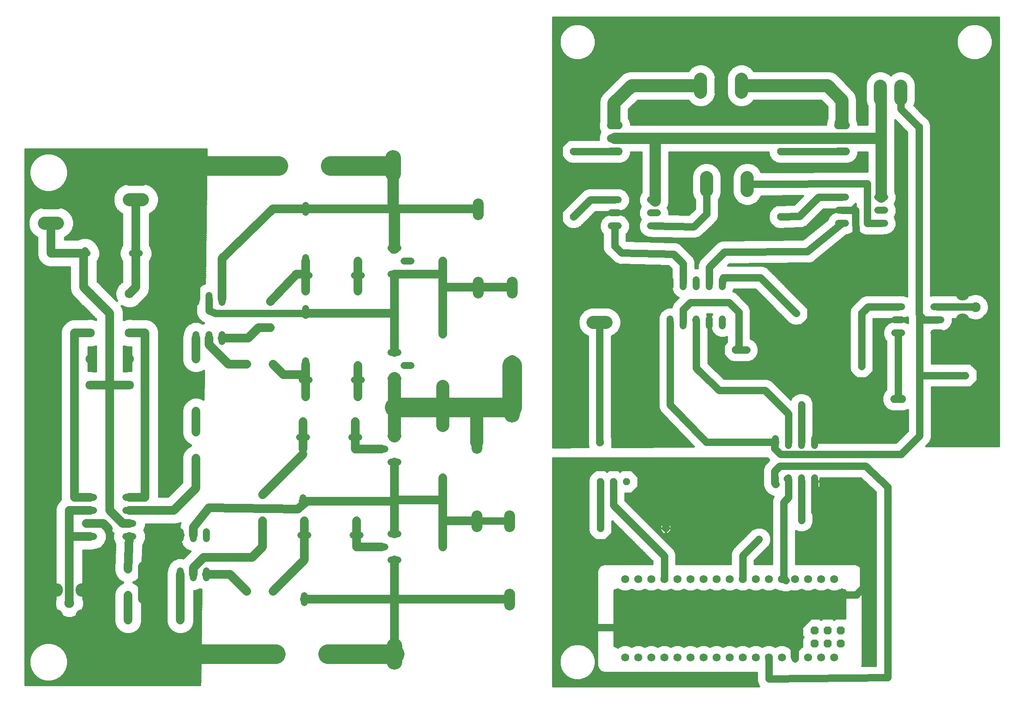
<source format=gbl>
G75*
%MOIN*%
%OFA0B0*%
%FSLAX25Y25*%
%IPPOS*%
%LPD*%
%AMOC8*
5,1,8,0,0,1.08239X$1,22.5*
%
%ADD10C,0.10039*%
%ADD11C,0.07500*%
%ADD12C,0.10500*%
%ADD13C,0.11850*%
%ADD14OC8,0.05200*%
%ADD15C,0.05200*%
%ADD16C,0.07087*%
%ADD17C,0.08250*%
%ADD18OC8,0.06000*%
%ADD19C,0.06200*%
%ADD20OC8,0.06200*%
%ADD21OC8,0.05600*%
%ADD22C,0.06000*%
%ADD23C,0.06600*%
%ADD24C,0.01600*%
%ADD25C,0.15000*%
%ADD26R,0.03962X0.03962*%
%ADD27C,0.05600*%
%ADD28C,0.08600*%
%ADD29C,0.10000*%
D10*
X0442980Y0287005D02*
X0453020Y0287005D01*
X0453020Y0302595D02*
X0442980Y0302595D01*
X0529909Y0387780D02*
X0529909Y0397820D01*
X0545500Y0397820D02*
X0545500Y0387780D01*
X0561091Y0387780D02*
X0561091Y0397820D01*
X0556591Y0463280D02*
X0556591Y0473320D01*
X0541000Y0473320D02*
X0541000Y0463280D01*
X0525409Y0463280D02*
X0525409Y0473320D01*
X0663009Y0468020D02*
X0663009Y0457980D01*
X0678600Y0457980D02*
X0678600Y0468020D01*
X0694191Y0468020D02*
X0694191Y0457980D01*
X0098020Y0396595D02*
X0087980Y0396595D01*
X0087980Y0381005D02*
X0098020Y0381005D01*
X0033020Y0378595D02*
X0022980Y0378595D01*
X0022980Y0363005D02*
X0033020Y0363005D01*
D11*
X0042000Y0071800D03*
X0735800Y0298700D03*
D12*
X0725761Y0288661D03*
X0745839Y0288661D03*
X0745839Y0308739D03*
X0725761Y0308739D03*
X0052039Y0081839D03*
X0031961Y0081839D03*
X0031961Y0061761D03*
X0052039Y0061761D03*
D13*
X0291000Y0038725D02*
X0291000Y0026875D01*
X0381000Y0216175D02*
X0381000Y0228025D01*
X0290000Y0400875D02*
X0290000Y0412725D01*
D14*
X0263000Y0373800D03*
X0263000Y0333800D03*
X0263000Y0310800D03*
X0263000Y0293800D03*
X0223000Y0310800D03*
X0196000Y0302800D03*
X0196000Y0282800D03*
X0198000Y0254800D03*
X0178000Y0254800D03*
X0139000Y0258800D03*
X0139000Y0218800D03*
X0139000Y0202800D03*
X0139000Y0182800D03*
X0190000Y0154800D03*
X0190000Y0134800D03*
X0222000Y0134800D03*
X0262000Y0134800D03*
X0261000Y0149800D03*
X0262000Y0114800D03*
X0262000Y0074800D03*
X0198000Y0080800D03*
X0178000Y0080800D03*
X0127000Y0058800D03*
X0087000Y0058800D03*
X0087000Y0077800D03*
X0087000Y0097800D03*
X0221000Y0210800D03*
X0223000Y0229800D03*
X0263000Y0229800D03*
X0261000Y0210800D03*
X0261000Y0189800D03*
X0328000Y0207800D03*
X0328000Y0237800D03*
X0328000Y0277800D03*
X0263000Y0253800D03*
X0328000Y0333800D03*
X0328000Y0373800D03*
X0428000Y0367800D03*
X0428000Y0417800D03*
X0586500Y0417800D03*
X0586500Y0367800D03*
X0598500Y0293800D03*
X0598500Y0274300D03*
X0628500Y0253300D03*
X0648500Y0253300D03*
X0648500Y0274300D03*
X0648500Y0293800D03*
X0552000Y0265800D03*
X0552000Y0234800D03*
X0502000Y0234800D03*
X0502000Y0250800D03*
X0482000Y0250800D03*
X0502000Y0265800D03*
X0468500Y0194800D03*
X0448500Y0194800D03*
X0448500Y0164800D03*
X0458500Y0164800D03*
X0468500Y0164800D03*
X0448500Y0129300D03*
X0498500Y0129300D03*
X0328000Y0114800D03*
X0328000Y0074800D03*
X0328000Y0167800D03*
X0028000Y0319800D03*
X0028000Y0339800D03*
D15*
X0050400Y0339800D02*
X0055600Y0339800D01*
X0090400Y0339800D02*
X0095600Y0339800D01*
X0139000Y0307400D02*
X0139000Y0302200D01*
X0149000Y0302200D02*
X0149000Y0307400D01*
X0159000Y0307400D02*
X0159000Y0302200D01*
X0159000Y0277400D02*
X0159000Y0272200D01*
X0149000Y0272200D02*
X0149000Y0277400D01*
X0139000Y0277400D02*
X0139000Y0272200D01*
X0220400Y0242800D02*
X0225600Y0242800D01*
X0223000Y0252200D02*
X0223000Y0257400D01*
X0260400Y0242800D02*
X0265600Y0242800D01*
X0288400Y0243800D02*
X0293600Y0243800D01*
X0298400Y0253800D02*
X0303600Y0253800D01*
X0293600Y0263800D02*
X0288400Y0263800D01*
X0223000Y0292200D02*
X0223000Y0297400D01*
X0225600Y0322800D02*
X0220400Y0322800D01*
X0223000Y0331200D02*
X0223000Y0336400D01*
X0260400Y0322800D02*
X0265600Y0322800D01*
X0288400Y0323800D02*
X0293600Y0323800D01*
X0298400Y0333800D02*
X0303600Y0333800D01*
X0293600Y0343800D02*
X0288400Y0343800D01*
X0223000Y0371200D02*
X0223000Y0376400D01*
X0456900Y0380800D02*
X0462100Y0380800D01*
X0462100Y0370800D02*
X0456900Y0370800D01*
X0456900Y0360800D02*
X0462100Y0360800D01*
X0486900Y0360800D02*
X0492100Y0360800D01*
X0492100Y0370800D02*
X0486900Y0370800D01*
X0486900Y0380800D02*
X0492100Y0380800D01*
X0502000Y0319400D02*
X0502000Y0314200D01*
X0512000Y0314200D02*
X0512000Y0319400D01*
X0522000Y0319400D02*
X0522000Y0314200D01*
X0532000Y0314200D02*
X0532000Y0319400D01*
X0542000Y0319400D02*
X0542000Y0314200D01*
X0542000Y0289400D02*
X0542000Y0284200D01*
X0532000Y0284200D02*
X0532000Y0289400D01*
X0522000Y0289400D02*
X0522000Y0284200D01*
X0512000Y0284200D02*
X0512000Y0289400D01*
X0502000Y0289400D02*
X0502000Y0284200D01*
X0582500Y0197900D02*
X0582500Y0192700D01*
X0592500Y0192700D02*
X0592500Y0197900D01*
X0602500Y0197900D02*
X0602500Y0192700D01*
X0612500Y0192700D02*
X0612500Y0197900D01*
X0612500Y0167900D02*
X0612500Y0162700D01*
X0602500Y0162700D02*
X0602500Y0167900D01*
X0592500Y0167900D02*
X0592500Y0162700D01*
X0582500Y0162700D02*
X0582500Y0167900D01*
X0673900Y0278800D02*
X0679100Y0278800D01*
X0679100Y0288800D02*
X0673900Y0288800D01*
X0673900Y0298800D02*
X0679100Y0298800D01*
X0703900Y0298800D02*
X0709100Y0298800D01*
X0709100Y0288800D02*
X0703900Y0288800D01*
X0703900Y0278800D02*
X0709100Y0278800D01*
X0666100Y0362800D02*
X0660900Y0362800D01*
X0660900Y0372800D02*
X0666100Y0372800D01*
X0666100Y0382800D02*
X0660900Y0382800D01*
X0636100Y0382800D02*
X0630900Y0382800D01*
X0630900Y0372800D02*
X0636100Y0372800D01*
X0636100Y0362800D02*
X0630900Y0362800D01*
X0293600Y0199800D02*
X0288400Y0199800D01*
X0283600Y0189800D02*
X0278400Y0189800D01*
X0288400Y0179800D02*
X0293600Y0179800D01*
X0263600Y0198800D02*
X0258400Y0198800D01*
X0223600Y0198800D02*
X0218400Y0198800D01*
X0221000Y0192400D02*
X0221000Y0187200D01*
X0221000Y0152400D02*
X0221000Y0147200D01*
X0219400Y0123800D02*
X0224600Y0123800D01*
X0222000Y0117400D02*
X0222000Y0112200D01*
X0259400Y0123800D02*
X0264600Y0123800D01*
X0278400Y0114800D02*
X0283600Y0114800D01*
X0288400Y0104800D02*
X0293600Y0104800D01*
X0293600Y0124800D02*
X0288400Y0124800D01*
X0222000Y0077400D02*
X0222000Y0072200D01*
X0147000Y0091200D02*
X0147000Y0096400D01*
X0137000Y0096400D02*
X0137000Y0091200D01*
X0127000Y0091200D02*
X0127000Y0096400D01*
X0127000Y0121200D02*
X0127000Y0126400D01*
X0137000Y0126400D02*
X0137000Y0121200D01*
X0147000Y0121200D02*
X0147000Y0126400D01*
X0090600Y0122800D02*
X0085400Y0122800D01*
X0085400Y0132800D02*
X0090600Y0132800D01*
X0090600Y0142800D02*
X0085400Y0142800D01*
X0085400Y0152800D02*
X0090600Y0152800D01*
X0060600Y0152800D02*
X0055400Y0152800D01*
X0055400Y0142800D02*
X0060600Y0142800D01*
X0060600Y0132800D02*
X0055400Y0132800D01*
X0055400Y0122800D02*
X0060600Y0122800D01*
D16*
X0058000Y0238800D03*
X0058000Y0258800D03*
X0058000Y0278800D03*
X0088000Y0278800D03*
X0088000Y0258800D03*
X0088000Y0238800D03*
X0088000Y0308800D03*
X0058000Y0308800D03*
D17*
X0355000Y0309675D02*
X0355000Y0317925D01*
X0381000Y0317925D02*
X0381000Y0309675D01*
X0381000Y0257925D02*
X0381000Y0249675D01*
X0354000Y0198925D02*
X0354000Y0190675D01*
X0354000Y0138925D02*
X0354000Y0130675D01*
X0379000Y0130675D02*
X0379000Y0138925D01*
X0379000Y0078925D02*
X0379000Y0070675D01*
X0355000Y0369675D02*
X0355000Y0377925D01*
D18*
X0242000Y0406800D03*
X0202000Y0406800D03*
X0200000Y0032800D03*
X0240000Y0032800D03*
D19*
X0467500Y0030300D03*
X0477500Y0030300D03*
X0487500Y0030300D03*
X0497500Y0030300D03*
X0507500Y0030300D03*
X0517500Y0030300D03*
X0527500Y0030300D03*
X0537500Y0030300D03*
X0547500Y0030300D03*
X0557500Y0030300D03*
X0567500Y0030300D03*
X0577500Y0030300D03*
X0587500Y0030300D03*
X0597500Y0030300D03*
X0607500Y0030300D03*
X0617500Y0030300D03*
X0627500Y0030300D03*
X0627500Y0090300D03*
X0617500Y0090300D03*
X0607500Y0090300D03*
X0597500Y0090300D03*
X0587500Y0090300D03*
X0577500Y0090300D03*
X0567500Y0090300D03*
X0557500Y0090300D03*
X0547500Y0090300D03*
X0537500Y0090300D03*
X0527500Y0090300D03*
X0517500Y0090300D03*
X0507500Y0090300D03*
X0497500Y0090300D03*
X0487500Y0090300D03*
X0477500Y0090300D03*
X0467500Y0090300D03*
D20*
X0612500Y0050800D03*
X0622500Y0050800D03*
X0632500Y0050800D03*
X0632500Y0040800D03*
X0622500Y0040800D03*
X0612500Y0040800D03*
D21*
X0728000Y0216300D03*
X0728000Y0246300D03*
D22*
X0679500Y0228300D02*
X0673500Y0228300D01*
X0659500Y0218300D02*
X0653500Y0218300D01*
X0629500Y0228300D02*
X0623500Y0228300D01*
X0630500Y0417800D02*
X0636500Y0417800D01*
X0636500Y0427800D02*
X0630500Y0427800D01*
X0630500Y0437800D02*
X0636500Y0437800D01*
X0462500Y0437800D02*
X0456500Y0437800D01*
X0456500Y0427800D02*
X0462500Y0427800D01*
X0462500Y0417800D02*
X0456500Y0417800D01*
D23*
X0355000Y0373800D02*
X0328000Y0373800D01*
X0290000Y0373800D01*
X0263000Y0373800D01*
X0223000Y0373800D01*
X0198000Y0373800D01*
X0197000Y0372800D01*
X0159000Y0335800D01*
X0159000Y0304800D01*
X0139000Y0304800D02*
X0139000Y0346800D01*
X0093000Y0339800D02*
X0093000Y0313800D01*
X0088000Y0308800D01*
X0073000Y0293800D02*
X0073000Y0238800D01*
X0058000Y0238800D01*
X0073000Y0238800D02*
X0088000Y0238800D01*
X0073000Y0238800D02*
X0073000Y0142800D01*
X0083000Y0132800D01*
X0088000Y0132800D01*
X0088000Y0122800D02*
X0087000Y0097800D01*
X0098000Y0099800D02*
X0098000Y0074800D01*
X0087000Y0077800D02*
X0087000Y0058800D01*
X0127000Y0058800D02*
X0127000Y0093800D01*
X0137000Y0093800D02*
X0137000Y0098800D01*
X0145000Y0106800D01*
X0182000Y0106800D01*
X0190000Y0114800D01*
X0190000Y0134800D01*
X0190000Y0154800D02*
X0221000Y0185800D01*
X0221000Y0189800D02*
X0221000Y0210800D01*
X0223000Y0229800D02*
X0223000Y0247800D01*
X0223000Y0254800D01*
X0223000Y0247800D02*
X0222000Y0246800D01*
X0206000Y0246800D01*
X0198000Y0254800D01*
X0178000Y0254800D02*
X0164000Y0254800D01*
X0149000Y0269800D01*
X0149000Y0274800D01*
X0139000Y0274800D02*
X0139000Y0258800D01*
X0159000Y0274800D02*
X0179000Y0274800D01*
X0187000Y0282800D01*
X0196000Y0282800D01*
X0196000Y0302800D02*
X0216000Y0323800D01*
X0222000Y0323800D01*
X0223000Y0322800D01*
X0223000Y0333800D01*
X0223000Y0322800D02*
X0223000Y0310800D01*
X0223000Y0294800D02*
X0224000Y0293800D01*
X0263000Y0293800D01*
X0291000Y0293800D01*
X0291000Y0263800D01*
X0263000Y0253800D02*
X0263000Y0229800D01*
X0261000Y0210800D02*
X0261000Y0189800D01*
X0281000Y0189800D01*
X0291000Y0179800D02*
X0291000Y0149800D01*
X0261000Y0149800D01*
X0221000Y0149800D01*
X0224000Y0149800D02*
X0217000Y0143800D01*
X0149000Y0144800D01*
X0137000Y0129800D01*
X0137000Y0123800D01*
X0127000Y0123800D02*
X0121000Y0120800D01*
X0098000Y0099800D01*
X0058000Y0122800D02*
X0042000Y0122800D01*
X0042000Y0142800D01*
X0058000Y0142800D01*
X0058000Y0152800D02*
X0046000Y0152800D01*
X0046000Y0278800D01*
X0058000Y0278800D01*
X0073000Y0293800D02*
X0058000Y0308800D01*
X0053000Y0313800D01*
X0053000Y0339800D01*
X0054000Y0339800D02*
X0028000Y0339800D01*
X0028000Y0363005D01*
X0093000Y0381005D02*
X0093000Y0339800D01*
X0088000Y0278800D02*
X0100000Y0278800D01*
X0100000Y0152800D01*
X0088000Y0152800D01*
X0088000Y0142800D02*
X0122000Y0142800D01*
X0139000Y0159800D01*
X0139000Y0182800D01*
X0139000Y0202800D02*
X0139000Y0218800D01*
X0058000Y0152800D02*
X0056000Y0152800D01*
X0055000Y0132800D02*
X0068000Y0132800D01*
X0072000Y0128800D01*
X0042000Y0122800D02*
X0042000Y0071800D01*
X0147000Y0093800D02*
X0165000Y0093800D01*
X0178000Y0080800D01*
X0198000Y0080800D02*
X0222000Y0104800D01*
X0222000Y0134800D01*
X0224000Y0149800D02*
X0235000Y0149800D01*
X0262000Y0134800D02*
X0262000Y0114800D01*
X0281000Y0114800D01*
X0291000Y0104800D02*
X0291000Y0032800D01*
X0291000Y0031800D01*
X0262000Y0074800D02*
X0328000Y0074800D01*
X0379000Y0074800D01*
X0328000Y0114800D02*
X0328000Y0134800D01*
X0354000Y0134800D01*
X0328000Y0134800D02*
X0328000Y0149800D01*
X0327000Y0150800D01*
X0290000Y0150800D01*
X0291000Y0149800D01*
X0291000Y0124800D01*
X0328000Y0149800D02*
X0328000Y0167800D01*
X0262000Y0074800D02*
X0222000Y0074800D01*
X0328000Y0277800D02*
X0328000Y0313800D01*
X0328000Y0323800D01*
X0291000Y0323800D01*
X0291000Y0293800D01*
X0263000Y0310800D02*
X0263000Y0333800D01*
X0290000Y0342800D02*
X0291000Y0343800D01*
X0290000Y0342800D02*
X0290000Y0373800D01*
X0290063Y0372800D01*
X0291063Y0373771D01*
X0290000Y0373800D01*
X0328000Y0333800D02*
X0328000Y0323800D01*
X0328000Y0313800D02*
X0355000Y0313800D01*
X0381000Y0313800D01*
D24*
X0008400Y0419400D02*
X0008400Y0009200D01*
X0142087Y0009200D01*
X0142946Y0082055D01*
X0142000Y0082447D01*
X0138989Y0081200D01*
X0137700Y0081200D01*
X0137700Y0057391D01*
X0137000Y0054779D01*
X0137000Y0054658D01*
X0136914Y0054572D01*
X0135562Y0052230D01*
X0133570Y0050238D01*
X0131228Y0048886D01*
X0131142Y0048800D01*
X0131021Y0048800D01*
X0128409Y0048100D01*
X0125591Y0048100D01*
X0122979Y0048800D01*
X0122858Y0048800D01*
X0122772Y0048886D01*
X0120430Y0050238D01*
X0118438Y0052230D01*
X0117086Y0054572D01*
X0117000Y0054658D01*
X0117000Y0054779D01*
X0116300Y0057391D01*
X0116300Y0095209D01*
X0117000Y0097821D01*
X0117000Y0098389D01*
X0118522Y0102065D01*
X0121335Y0104878D01*
X0125011Y0106400D01*
X0128989Y0106400D01*
X0129328Y0106260D01*
X0134486Y0111418D01*
X0131335Y0112722D01*
X0128522Y0115535D01*
X0127000Y0119211D01*
X0127000Y0119779D01*
X0126300Y0122391D01*
X0126300Y0129207D01*
X0126210Y0130018D01*
X0126300Y0130610D01*
X0126300Y0131209D01*
X0126511Y0131997D01*
X0126634Y0132804D01*
X0126820Y0133227D01*
X0126130Y0132829D01*
X0123409Y0132100D01*
X0100600Y0132100D01*
X0100600Y0130811D01*
X0099353Y0127800D01*
X0100600Y0124789D01*
X0100600Y0120811D01*
X0099078Y0117135D01*
X0098457Y0116515D01*
X0097635Y0095965D01*
X0097000Y0093924D01*
X0097000Y0093658D01*
X0096880Y0093537D01*
X0096798Y0093275D01*
X0095293Y0090893D01*
X0093222Y0088982D01*
X0091331Y0087988D01*
X0091142Y0087800D01*
X0091021Y0087800D01*
X0091021Y0087800D01*
X0091142Y0087800D01*
X0091228Y0087714D01*
X0093570Y0086362D01*
X0095562Y0084370D01*
X0096914Y0082028D01*
X0097000Y0081942D01*
X0097000Y0081821D01*
X0097700Y0079209D01*
X0097700Y0057391D01*
X0097000Y0054779D01*
X0097000Y0054658D01*
X0096914Y0054572D01*
X0095562Y0052230D01*
X0093570Y0050238D01*
X0091228Y0048886D01*
X0091142Y0048800D01*
X0091021Y0048800D01*
X0088409Y0048100D01*
X0085591Y0048100D01*
X0082979Y0048800D01*
X0082858Y0048800D01*
X0082772Y0048886D01*
X0080430Y0050238D01*
X0078438Y0052230D01*
X0077086Y0054572D01*
X0077000Y0054658D01*
X0077000Y0054779D01*
X0076300Y0057391D01*
X0076300Y0079209D01*
X0077000Y0081821D01*
X0077000Y0081942D01*
X0077086Y0082028D01*
X0078438Y0084370D01*
X0080430Y0086362D01*
X0082772Y0087714D01*
X0082858Y0087800D01*
X0082979Y0087800D01*
X0082979Y0087800D01*
X0082858Y0087800D01*
X0082737Y0087920D01*
X0082475Y0088002D01*
X0080093Y0089507D01*
X0078182Y0091577D01*
X0077188Y0093469D01*
X0077000Y0093658D01*
X0077000Y0093828D01*
X0076872Y0094072D01*
X0076252Y0096820D01*
X0077059Y0116998D01*
X0076922Y0117135D01*
X0075400Y0120811D01*
X0075400Y0124789D01*
X0075540Y0125128D01*
X0066305Y0134363D01*
X0066265Y0134322D01*
X0062589Y0132800D01*
X0066265Y0131278D01*
X0069078Y0128465D01*
X0070600Y0124789D01*
X0070600Y0120811D01*
X0069078Y0117135D01*
X0066265Y0114322D01*
X0062589Y0112800D01*
X0062021Y0112800D01*
X0059409Y0112100D01*
X0052700Y0112100D01*
X0052700Y0074947D01*
X0053150Y0073268D01*
X0053150Y0070332D01*
X0052390Y0067496D01*
X0050922Y0064954D01*
X0048846Y0062878D01*
X0046304Y0061410D01*
X0043468Y0060650D01*
X0040532Y0060650D01*
X0037696Y0061410D01*
X0035154Y0062878D01*
X0033078Y0064954D01*
X0031610Y0067496D01*
X0030850Y0070332D01*
X0030850Y0073268D01*
X0031300Y0074947D01*
X0031300Y0144209D01*
X0032029Y0146930D01*
X0033438Y0149370D01*
X0035334Y0151266D01*
X0035300Y0151391D01*
X0035300Y0280209D01*
X0036029Y0282930D01*
X0037438Y0285370D01*
X0039430Y0287362D01*
X0041870Y0288771D01*
X0044591Y0289500D01*
X0055651Y0289500D01*
X0056559Y0289743D01*
X0059441Y0289743D01*
X0062224Y0288998D01*
X0062300Y0288954D01*
X0062300Y0289368D01*
X0052095Y0299573D01*
X0051281Y0300043D01*
X0049243Y0302081D01*
X0048773Y0302895D01*
X0044438Y0307230D01*
X0043029Y0309670D01*
X0042300Y0312391D01*
X0042300Y0329100D01*
X0026591Y0329100D01*
X0023979Y0329800D01*
X0023858Y0329800D01*
X0023772Y0329886D01*
X0021430Y0331238D01*
X0019438Y0333230D01*
X0018086Y0335572D01*
X0018000Y0335658D01*
X0018000Y0335779D01*
X0017300Y0338391D01*
X0017300Y0351943D01*
X0015354Y0353066D01*
X0013042Y0355379D01*
X0011407Y0358211D01*
X0010561Y0361370D01*
X0010561Y0364640D01*
X0011407Y0367799D01*
X0013042Y0370631D01*
X0015354Y0372943D01*
X0018186Y0374578D01*
X0021345Y0375424D01*
X0034655Y0375424D01*
X0037813Y0374578D01*
X0040646Y0372943D01*
X0042958Y0370631D01*
X0044593Y0367799D01*
X0045439Y0364640D01*
X0045439Y0361370D01*
X0044593Y0358211D01*
X0042958Y0355379D01*
X0040646Y0353066D01*
X0038700Y0351943D01*
X0038700Y0350500D01*
X0048669Y0350500D01*
X0050063Y0351305D01*
X0052657Y0352000D01*
X0055343Y0352000D01*
X0057937Y0351305D01*
X0060263Y0349962D01*
X0062162Y0348063D01*
X0063095Y0346447D01*
X0064078Y0345465D01*
X0065600Y0341789D01*
X0065600Y0337811D01*
X0064078Y0334135D01*
X0063700Y0333758D01*
X0063700Y0318232D01*
X0063905Y0318027D01*
X0064719Y0317557D01*
X0066757Y0315519D01*
X0067227Y0314705D01*
X0078412Y0303520D01*
X0077802Y0304576D01*
X0077057Y0307359D01*
X0077057Y0310241D01*
X0077802Y0313024D01*
X0079243Y0315519D01*
X0081281Y0317557D01*
X0082095Y0318027D01*
X0082300Y0318232D01*
X0082300Y0333758D01*
X0081922Y0334135D01*
X0080400Y0337811D01*
X0080400Y0341789D01*
X0081922Y0345465D01*
X0082300Y0345842D01*
X0082300Y0369943D01*
X0080354Y0371066D01*
X0078042Y0373379D01*
X0076407Y0376211D01*
X0075561Y0379370D01*
X0075561Y0382640D01*
X0076407Y0385799D01*
X0078042Y0388631D01*
X0080354Y0390943D01*
X0083186Y0392578D01*
X0086345Y0393424D01*
X0099655Y0393424D01*
X0102813Y0392578D01*
X0105646Y0390943D01*
X0107958Y0388631D01*
X0109593Y0385799D01*
X0110439Y0382640D01*
X0110439Y0379370D01*
X0109593Y0376211D01*
X0107958Y0373379D01*
X0105646Y0371066D01*
X0103700Y0369943D01*
X0103700Y0345842D01*
X0104078Y0345465D01*
X0105600Y0341789D01*
X0105600Y0337811D01*
X0104078Y0334135D01*
X0103700Y0333758D01*
X0103700Y0312391D01*
X0102971Y0309670D01*
X0101562Y0307230D01*
X0097227Y0302895D01*
X0096757Y0302081D01*
X0094719Y0300043D01*
X0092224Y0298602D01*
X0089441Y0297857D01*
X0086559Y0297857D01*
X0083776Y0298602D01*
X0081986Y0299636D01*
X0082971Y0297930D01*
X0083700Y0295209D01*
X0083700Y0288954D01*
X0083776Y0288998D01*
X0086559Y0289743D01*
X0089441Y0289743D01*
X0090349Y0289500D01*
X0101409Y0289500D01*
X0104130Y0288771D01*
X0106570Y0287362D01*
X0108562Y0285370D01*
X0109971Y0282930D01*
X0110700Y0280209D01*
X0110700Y0153500D01*
X0117568Y0153500D01*
X0128300Y0164232D01*
X0128300Y0184209D01*
X0129000Y0186821D01*
X0129000Y0186942D01*
X0129086Y0187028D01*
X0130438Y0189370D01*
X0132430Y0191362D01*
X0134772Y0192714D01*
X0134858Y0192800D01*
X0134979Y0192800D01*
X0134979Y0192800D01*
X0134858Y0192800D01*
X0134772Y0192886D01*
X0132430Y0194238D01*
X0130438Y0196230D01*
X0129086Y0198572D01*
X0129000Y0198658D01*
X0129000Y0198779D01*
X0128300Y0201391D01*
X0128300Y0220209D01*
X0129000Y0222821D01*
X0129000Y0222942D01*
X0129086Y0223028D01*
X0130438Y0225370D01*
X0132430Y0227362D01*
X0134772Y0228714D01*
X0134858Y0228800D01*
X0134979Y0228800D01*
X0137591Y0229500D01*
X0140409Y0229500D01*
X0143021Y0228800D01*
X0143142Y0228800D01*
X0143228Y0228714D01*
X0144666Y0227884D01*
X0144925Y0249866D01*
X0143228Y0248886D01*
X0143142Y0248800D01*
X0143021Y0248800D01*
X0140409Y0248100D01*
X0137591Y0248100D01*
X0134979Y0248800D01*
X0134858Y0248800D01*
X0134772Y0248886D01*
X0132430Y0250238D01*
X0130438Y0252230D01*
X0129086Y0254572D01*
X0129000Y0254658D01*
X0129000Y0254779D01*
X0128300Y0257391D01*
X0128300Y0276209D01*
X0129000Y0278821D01*
X0129000Y0279389D01*
X0130522Y0283065D01*
X0133335Y0285878D01*
X0137011Y0287400D01*
X0140989Y0287400D01*
X0144000Y0286153D01*
X0144762Y0286469D01*
X0144533Y0286601D01*
X0143965Y0286828D01*
X0143375Y0287270D01*
X0142737Y0287638D01*
X0142304Y0288071D01*
X0141815Y0288437D01*
X0141359Y0289016D01*
X0140838Y0289537D01*
X0140532Y0290067D01*
X0140154Y0290548D01*
X0139863Y0291225D01*
X0139495Y0291863D01*
X0139337Y0292454D01*
X0139096Y0293016D01*
X0138991Y0293746D01*
X0138800Y0294457D01*
X0138800Y0295069D01*
X0138713Y0295675D01*
X0138800Y0296406D01*
X0138800Y0306143D01*
X0139000Y0306889D01*
X0139000Y0309389D01*
X0140522Y0313065D01*
X0143335Y0315878D01*
X0145715Y0316863D01*
X0146925Y0419400D01*
X0008400Y0419400D01*
X0008400Y0419011D02*
X0146920Y0419011D01*
X0146901Y0417413D02*
X0008400Y0417413D01*
X0008400Y0415814D02*
X0020830Y0415814D01*
X0020258Y0415661D02*
X0016867Y0413703D01*
X0014097Y0410933D01*
X0012139Y0407542D01*
X0011125Y0403758D01*
X0011125Y0399842D01*
X0012139Y0396058D01*
X0014097Y0392667D01*
X0016867Y0389897D01*
X0020258Y0387939D01*
X0024042Y0386925D01*
X0027958Y0386925D01*
X0031742Y0387939D01*
X0035133Y0389897D01*
X0037903Y0392667D01*
X0039861Y0396058D01*
X0040875Y0399842D01*
X0040875Y0403758D01*
X0039861Y0407542D01*
X0037903Y0410933D01*
X0035133Y0413703D01*
X0031742Y0415661D01*
X0027958Y0416675D01*
X0024042Y0416675D01*
X0020258Y0415661D01*
X0017755Y0414216D02*
X0008400Y0414216D01*
X0008400Y0412617D02*
X0015781Y0412617D01*
X0014182Y0411019D02*
X0008400Y0411019D01*
X0008400Y0409420D02*
X0013223Y0409420D01*
X0012301Y0407822D02*
X0008400Y0407822D01*
X0008400Y0406223D02*
X0011786Y0406223D01*
X0011357Y0404625D02*
X0008400Y0404625D01*
X0008400Y0403026D02*
X0011125Y0403026D01*
X0011125Y0401428D02*
X0008400Y0401428D01*
X0008400Y0399829D02*
X0011128Y0399829D01*
X0011557Y0398231D02*
X0008400Y0398231D01*
X0008400Y0396632D02*
X0011985Y0396632D01*
X0012730Y0395034D02*
X0008400Y0395034D01*
X0008400Y0393435D02*
X0013653Y0393435D01*
X0014927Y0391837D02*
X0008400Y0391837D01*
X0008400Y0390238D02*
X0016525Y0390238D01*
X0019044Y0388640D02*
X0008400Y0388640D01*
X0008400Y0387041D02*
X0023608Y0387041D01*
X0028392Y0387041D02*
X0077124Y0387041D01*
X0076312Y0385443D02*
X0008400Y0385443D01*
X0008400Y0383844D02*
X0075883Y0383844D01*
X0075561Y0382246D02*
X0008400Y0382246D01*
X0008400Y0380647D02*
X0075561Y0380647D01*
X0075647Y0379049D02*
X0008400Y0379049D01*
X0008400Y0377450D02*
X0076075Y0377450D01*
X0076614Y0375852D02*
X0008400Y0375852D01*
X0008400Y0374253D02*
X0017624Y0374253D01*
X0015066Y0372655D02*
X0008400Y0372655D01*
X0008400Y0371056D02*
X0013468Y0371056D01*
X0012365Y0369458D02*
X0008400Y0369458D01*
X0008400Y0367859D02*
X0011442Y0367859D01*
X0010995Y0366261D02*
X0008400Y0366261D01*
X0008400Y0364662D02*
X0010567Y0364662D01*
X0010561Y0363064D02*
X0008400Y0363064D01*
X0008400Y0361465D02*
X0010561Y0361465D01*
X0010963Y0359867D02*
X0008400Y0359867D01*
X0008400Y0358268D02*
X0011392Y0358268D01*
X0012297Y0356670D02*
X0008400Y0356670D01*
X0008400Y0355071D02*
X0013350Y0355071D01*
X0014948Y0353472D02*
X0008400Y0353472D01*
X0008400Y0351874D02*
X0017300Y0351874D01*
X0017300Y0350275D02*
X0008400Y0350275D01*
X0008400Y0348677D02*
X0017300Y0348677D01*
X0017300Y0347078D02*
X0008400Y0347078D01*
X0008400Y0345480D02*
X0017300Y0345480D01*
X0017300Y0343881D02*
X0008400Y0343881D01*
X0008400Y0342283D02*
X0017300Y0342283D01*
X0017300Y0340684D02*
X0008400Y0340684D01*
X0008400Y0339086D02*
X0017300Y0339086D01*
X0017542Y0337487D02*
X0008400Y0337487D01*
X0008400Y0335889D02*
X0017971Y0335889D01*
X0018826Y0334290D02*
X0008400Y0334290D01*
X0008400Y0332692D02*
X0019976Y0332692D01*
X0021680Y0331093D02*
X0008400Y0331093D01*
X0008400Y0329495D02*
X0025118Y0329495D01*
X0008400Y0327896D02*
X0042300Y0327896D01*
X0042300Y0326298D02*
X0008400Y0326298D01*
X0008400Y0324699D02*
X0042300Y0324699D01*
X0042300Y0323101D02*
X0008400Y0323101D01*
X0008400Y0321502D02*
X0042300Y0321502D01*
X0042300Y0319904D02*
X0008400Y0319904D01*
X0008400Y0318305D02*
X0042300Y0318305D01*
X0042300Y0316707D02*
X0008400Y0316707D01*
X0008400Y0315108D02*
X0042300Y0315108D01*
X0042300Y0313510D02*
X0008400Y0313510D01*
X0008400Y0311911D02*
X0042429Y0311911D01*
X0042857Y0310313D02*
X0008400Y0310313D01*
X0008400Y0308714D02*
X0043581Y0308714D01*
X0044552Y0307116D02*
X0008400Y0307116D01*
X0008400Y0305517D02*
X0046151Y0305517D01*
X0047749Y0303919D02*
X0008400Y0303919D01*
X0008400Y0302320D02*
X0049105Y0302320D01*
X0050602Y0300722D02*
X0008400Y0300722D01*
X0008400Y0299123D02*
X0052545Y0299123D01*
X0054143Y0297525D02*
X0008400Y0297525D01*
X0008400Y0295926D02*
X0055742Y0295926D01*
X0057340Y0294328D02*
X0008400Y0294328D01*
X0008400Y0292729D02*
X0058939Y0292729D01*
X0060537Y0291131D02*
X0008400Y0291131D01*
X0008400Y0289532D02*
X0055771Y0289532D01*
X0060229Y0289532D02*
X0062136Y0289532D01*
X0083700Y0289532D02*
X0085771Y0289532D01*
X0083700Y0291131D02*
X0139904Y0291131D01*
X0139219Y0292729D02*
X0083700Y0292729D01*
X0083700Y0294328D02*
X0138835Y0294328D01*
X0138743Y0295926D02*
X0083508Y0295926D01*
X0083079Y0297525D02*
X0138800Y0297525D01*
X0138800Y0299123D02*
X0093126Y0299123D01*
X0095398Y0300722D02*
X0138800Y0300722D01*
X0138800Y0302320D02*
X0096895Y0302320D01*
X0098251Y0303919D02*
X0138800Y0303919D01*
X0138800Y0305517D02*
X0099849Y0305517D01*
X0101448Y0307116D02*
X0139000Y0307116D01*
X0139000Y0308714D02*
X0102419Y0308714D01*
X0103143Y0310313D02*
X0139383Y0310313D01*
X0140045Y0311911D02*
X0103571Y0311911D01*
X0103700Y0313510D02*
X0140968Y0313510D01*
X0142566Y0315108D02*
X0103700Y0315108D01*
X0103700Y0316707D02*
X0145337Y0316707D01*
X0145732Y0318305D02*
X0103700Y0318305D01*
X0103700Y0319904D02*
X0145751Y0319904D01*
X0145770Y0321502D02*
X0103700Y0321502D01*
X0103700Y0323101D02*
X0145789Y0323101D01*
X0145808Y0324699D02*
X0103700Y0324699D01*
X0103700Y0326298D02*
X0145827Y0326298D01*
X0145845Y0327896D02*
X0103700Y0327896D01*
X0103700Y0329495D02*
X0145864Y0329495D01*
X0145883Y0331093D02*
X0103700Y0331093D01*
X0103700Y0332692D02*
X0145902Y0332692D01*
X0145921Y0334290D02*
X0104142Y0334290D01*
X0104804Y0335889D02*
X0145940Y0335889D01*
X0145959Y0337487D02*
X0105466Y0337487D01*
X0105600Y0339086D02*
X0145977Y0339086D01*
X0145996Y0340684D02*
X0105600Y0340684D01*
X0105395Y0342283D02*
X0146015Y0342283D01*
X0146034Y0343881D02*
X0104733Y0343881D01*
X0104062Y0345480D02*
X0146053Y0345480D01*
X0146072Y0347078D02*
X0103700Y0347078D01*
X0103700Y0348677D02*
X0146091Y0348677D01*
X0146109Y0350275D02*
X0103700Y0350275D01*
X0103700Y0351874D02*
X0146128Y0351874D01*
X0146147Y0353472D02*
X0103700Y0353472D01*
X0103700Y0355071D02*
X0146166Y0355071D01*
X0146185Y0356670D02*
X0103700Y0356670D01*
X0103700Y0358268D02*
X0146204Y0358268D01*
X0146222Y0359867D02*
X0103700Y0359867D01*
X0103700Y0361465D02*
X0146241Y0361465D01*
X0146260Y0363064D02*
X0103700Y0363064D01*
X0103700Y0364662D02*
X0146279Y0364662D01*
X0146298Y0366261D02*
X0103700Y0366261D01*
X0103700Y0367859D02*
X0146317Y0367859D01*
X0146336Y0369458D02*
X0103700Y0369458D01*
X0105628Y0371056D02*
X0146354Y0371056D01*
X0146373Y0372655D02*
X0107234Y0372655D01*
X0108463Y0374253D02*
X0146392Y0374253D01*
X0146411Y0375852D02*
X0109386Y0375852D01*
X0109925Y0377450D02*
X0146430Y0377450D01*
X0146449Y0379049D02*
X0110353Y0379049D01*
X0110439Y0380647D02*
X0146468Y0380647D01*
X0146486Y0382246D02*
X0110439Y0382246D01*
X0110117Y0383844D02*
X0146505Y0383844D01*
X0146524Y0385443D02*
X0109688Y0385443D01*
X0108876Y0387041D02*
X0146543Y0387041D01*
X0146562Y0388640D02*
X0107949Y0388640D01*
X0106350Y0390238D02*
X0146581Y0390238D01*
X0146599Y0391837D02*
X0104097Y0391837D01*
X0081903Y0391837D02*
X0037073Y0391837D01*
X0038347Y0393435D02*
X0146618Y0393435D01*
X0146637Y0395034D02*
X0039270Y0395034D01*
X0040015Y0396632D02*
X0146656Y0396632D01*
X0146675Y0398231D02*
X0040443Y0398231D01*
X0040872Y0399829D02*
X0146694Y0399829D01*
X0146713Y0401428D02*
X0040875Y0401428D01*
X0040875Y0403026D02*
X0146731Y0403026D01*
X0146750Y0404625D02*
X0040643Y0404625D01*
X0040214Y0406223D02*
X0146769Y0406223D01*
X0146788Y0407822D02*
X0039699Y0407822D01*
X0038777Y0409420D02*
X0146807Y0409420D01*
X0146826Y0411019D02*
X0037818Y0411019D01*
X0036219Y0412617D02*
X0146845Y0412617D01*
X0146863Y0414216D02*
X0034245Y0414216D01*
X0031170Y0415814D02*
X0146882Y0415814D01*
X0079650Y0390238D02*
X0035475Y0390238D01*
X0032956Y0388640D02*
X0078051Y0388640D01*
X0077537Y0374253D02*
X0038376Y0374253D01*
X0040934Y0372655D02*
X0078766Y0372655D01*
X0080372Y0371056D02*
X0042532Y0371056D01*
X0043635Y0369458D02*
X0082300Y0369458D01*
X0082300Y0367859D02*
X0044558Y0367859D01*
X0045005Y0366261D02*
X0082300Y0366261D01*
X0082300Y0364662D02*
X0045433Y0364662D01*
X0045439Y0363064D02*
X0082300Y0363064D01*
X0082300Y0361465D02*
X0045439Y0361465D01*
X0045037Y0359867D02*
X0082300Y0359867D01*
X0082300Y0358268D02*
X0044608Y0358268D01*
X0043703Y0356670D02*
X0082300Y0356670D01*
X0082300Y0355071D02*
X0042650Y0355071D01*
X0041052Y0353472D02*
X0082300Y0353472D01*
X0082300Y0351874D02*
X0055813Y0351874D01*
X0052187Y0351874D02*
X0038700Y0351874D01*
X0059720Y0350275D02*
X0082300Y0350275D01*
X0082300Y0348677D02*
X0061548Y0348677D01*
X0062730Y0347078D02*
X0082300Y0347078D01*
X0081938Y0345480D02*
X0064062Y0345480D01*
X0064733Y0343881D02*
X0081267Y0343881D01*
X0080605Y0342283D02*
X0065395Y0342283D01*
X0065600Y0340684D02*
X0080400Y0340684D01*
X0080400Y0339086D02*
X0065600Y0339086D01*
X0065466Y0337487D02*
X0080534Y0337487D01*
X0081196Y0335889D02*
X0064804Y0335889D01*
X0064142Y0334290D02*
X0081858Y0334290D01*
X0082300Y0332692D02*
X0063700Y0332692D01*
X0063700Y0331093D02*
X0082300Y0331093D01*
X0082300Y0329495D02*
X0063700Y0329495D01*
X0063700Y0327896D02*
X0082300Y0327896D01*
X0082300Y0326298D02*
X0063700Y0326298D01*
X0063700Y0324699D02*
X0082300Y0324699D01*
X0082300Y0323101D02*
X0063700Y0323101D01*
X0063700Y0321502D02*
X0082300Y0321502D01*
X0082300Y0319904D02*
X0063700Y0319904D01*
X0063700Y0318305D02*
X0082300Y0318305D01*
X0080431Y0316707D02*
X0065569Y0316707D01*
X0066994Y0315108D02*
X0079006Y0315108D01*
X0078083Y0313510D02*
X0068422Y0313510D01*
X0070021Y0311911D02*
X0077504Y0311911D01*
X0077076Y0310313D02*
X0071619Y0310313D01*
X0073218Y0308714D02*
X0077057Y0308714D01*
X0077122Y0307116D02*
X0074816Y0307116D01*
X0076415Y0305517D02*
X0077550Y0305517D01*
X0078013Y0303919D02*
X0078182Y0303919D01*
X0082282Y0299123D02*
X0082874Y0299123D01*
X0090229Y0289532D02*
X0140843Y0289532D01*
X0142441Y0287934D02*
X0105580Y0287934D01*
X0107597Y0286335D02*
X0134440Y0286335D01*
X0132194Y0284737D02*
X0108928Y0284737D01*
X0109851Y0283138D02*
X0130596Y0283138D01*
X0129891Y0281539D02*
X0110343Y0281539D01*
X0110700Y0279941D02*
X0129229Y0279941D01*
X0128872Y0278342D02*
X0110700Y0278342D01*
X0110700Y0276744D02*
X0128443Y0276744D01*
X0128300Y0275145D02*
X0110700Y0275145D01*
X0110700Y0273547D02*
X0128300Y0273547D01*
X0128300Y0271948D02*
X0110700Y0271948D01*
X0110700Y0270350D02*
X0128300Y0270350D01*
X0128300Y0268751D02*
X0110700Y0268751D01*
X0110700Y0267153D02*
X0128300Y0267153D01*
X0128300Y0265554D02*
X0110700Y0265554D01*
X0110700Y0263956D02*
X0128300Y0263956D01*
X0128300Y0262357D02*
X0110700Y0262357D01*
X0110700Y0260759D02*
X0128300Y0260759D01*
X0128300Y0259160D02*
X0110700Y0259160D01*
X0110700Y0257562D02*
X0128300Y0257562D01*
X0128683Y0255963D02*
X0110700Y0255963D01*
X0110700Y0254365D02*
X0129205Y0254365D01*
X0130128Y0252766D02*
X0110700Y0252766D01*
X0110700Y0251168D02*
X0131500Y0251168D01*
X0133588Y0249569D02*
X0110700Y0249569D01*
X0110700Y0247971D02*
X0144903Y0247971D01*
X0144922Y0249569D02*
X0144412Y0249569D01*
X0144884Y0246372D02*
X0110700Y0246372D01*
X0110700Y0244774D02*
X0144865Y0244774D01*
X0144846Y0243175D02*
X0110700Y0243175D01*
X0110700Y0241577D02*
X0144828Y0241577D01*
X0144809Y0239978D02*
X0110700Y0239978D01*
X0110700Y0238380D02*
X0144790Y0238380D01*
X0144771Y0236781D02*
X0110700Y0236781D01*
X0110700Y0235183D02*
X0144752Y0235183D01*
X0144733Y0233584D02*
X0110700Y0233584D01*
X0110700Y0231986D02*
X0144714Y0231986D01*
X0144696Y0230387D02*
X0110700Y0230387D01*
X0110700Y0228789D02*
X0134846Y0228789D01*
X0132258Y0227190D02*
X0110700Y0227190D01*
X0110700Y0225592D02*
X0130660Y0225592D01*
X0129643Y0223993D02*
X0110700Y0223993D01*
X0110700Y0222395D02*
X0128886Y0222395D01*
X0128457Y0220796D02*
X0110700Y0220796D01*
X0110700Y0219198D02*
X0128300Y0219198D01*
X0128300Y0217599D02*
X0110700Y0217599D01*
X0110700Y0216001D02*
X0128300Y0216001D01*
X0128300Y0214402D02*
X0110700Y0214402D01*
X0110700Y0212803D02*
X0128300Y0212803D01*
X0128300Y0211205D02*
X0110700Y0211205D01*
X0110700Y0209606D02*
X0128300Y0209606D01*
X0128300Y0208008D02*
X0110700Y0208008D01*
X0110700Y0206409D02*
X0128300Y0206409D01*
X0128300Y0204811D02*
X0110700Y0204811D01*
X0110700Y0203212D02*
X0128300Y0203212D01*
X0128300Y0201614D02*
X0110700Y0201614D01*
X0110700Y0200015D02*
X0128669Y0200015D01*
X0129175Y0198417D02*
X0110700Y0198417D01*
X0110700Y0196818D02*
X0130098Y0196818D01*
X0131448Y0195220D02*
X0110700Y0195220D01*
X0110700Y0193621D02*
X0133498Y0193621D01*
X0133574Y0192023D02*
X0110700Y0192023D01*
X0110700Y0190424D02*
X0131492Y0190424D01*
X0130124Y0188826D02*
X0110700Y0188826D01*
X0110700Y0187227D02*
X0129201Y0187227D01*
X0128681Y0185629D02*
X0110700Y0185629D01*
X0110700Y0184030D02*
X0128300Y0184030D01*
X0128300Y0182432D02*
X0110700Y0182432D01*
X0110700Y0180833D02*
X0128300Y0180833D01*
X0128300Y0179235D02*
X0110700Y0179235D01*
X0110700Y0177636D02*
X0128300Y0177636D01*
X0128300Y0176038D02*
X0110700Y0176038D01*
X0110700Y0174439D02*
X0128300Y0174439D01*
X0128300Y0172841D02*
X0110700Y0172841D01*
X0110700Y0171242D02*
X0128300Y0171242D01*
X0128300Y0169644D02*
X0110700Y0169644D01*
X0110700Y0168045D02*
X0128300Y0168045D01*
X0128300Y0166447D02*
X0110700Y0166447D01*
X0110700Y0164848D02*
X0128300Y0164848D01*
X0127318Y0163250D02*
X0110700Y0163250D01*
X0110700Y0161651D02*
X0125719Y0161651D01*
X0124121Y0160053D02*
X0110700Y0160053D01*
X0110700Y0158454D02*
X0122522Y0158454D01*
X0120924Y0156856D02*
X0110700Y0156856D01*
X0110700Y0155257D02*
X0119325Y0155257D01*
X0117727Y0153659D02*
X0110700Y0153659D01*
X0126214Y0132878D02*
X0126667Y0132878D01*
X0126319Y0131279D02*
X0100600Y0131279D01*
X0100132Y0129681D02*
X0126247Y0129681D01*
X0126300Y0128082D02*
X0099470Y0128082D01*
X0099898Y0126484D02*
X0126300Y0126484D01*
X0126300Y0124885D02*
X0100560Y0124885D01*
X0100600Y0123287D02*
X0126300Y0123287D01*
X0126488Y0121688D02*
X0100600Y0121688D01*
X0100301Y0120090D02*
X0126917Y0120090D01*
X0127298Y0118491D02*
X0099639Y0118491D01*
X0098835Y0116893D02*
X0127960Y0116893D01*
X0128764Y0115294D02*
X0098408Y0115294D01*
X0098344Y0113696D02*
X0130362Y0113696D01*
X0132845Y0112097D02*
X0098280Y0112097D01*
X0098216Y0110499D02*
X0133567Y0110499D01*
X0131968Y0108900D02*
X0098153Y0108900D01*
X0098089Y0107302D02*
X0130370Y0107302D01*
X0123329Y0105703D02*
X0098025Y0105703D01*
X0097961Y0104105D02*
X0120563Y0104105D01*
X0118964Y0102506D02*
X0097897Y0102506D01*
X0097833Y0100908D02*
X0118043Y0100908D01*
X0117381Y0099309D02*
X0097769Y0099309D01*
X0097705Y0097711D02*
X0116970Y0097711D01*
X0116542Y0096112D02*
X0097641Y0096112D01*
X0097183Y0094514D02*
X0116300Y0094514D01*
X0116300Y0092915D02*
X0096571Y0092915D01*
X0095560Y0091317D02*
X0116300Y0091317D01*
X0116300Y0089718D02*
X0094020Y0089718D01*
X0091580Y0088120D02*
X0116300Y0088120D01*
X0116300Y0086521D02*
X0093295Y0086521D01*
X0095009Y0084923D02*
X0116300Y0084923D01*
X0116300Y0083324D02*
X0096166Y0083324D01*
X0097026Y0081726D02*
X0116300Y0081726D01*
X0116300Y0080127D02*
X0097454Y0080127D01*
X0097700Y0078529D02*
X0116300Y0078529D01*
X0116300Y0076930D02*
X0097700Y0076930D01*
X0097700Y0075332D02*
X0116300Y0075332D01*
X0116300Y0073733D02*
X0097700Y0073733D01*
X0097700Y0072134D02*
X0116300Y0072134D01*
X0116300Y0070536D02*
X0097700Y0070536D01*
X0097700Y0068937D02*
X0116300Y0068937D01*
X0116300Y0067339D02*
X0097700Y0067339D01*
X0097700Y0065740D02*
X0116300Y0065740D01*
X0116300Y0064142D02*
X0097700Y0064142D01*
X0097700Y0062543D02*
X0116300Y0062543D01*
X0116300Y0060945D02*
X0097700Y0060945D01*
X0097700Y0059346D02*
X0116300Y0059346D01*
X0116300Y0057748D02*
X0097700Y0057748D01*
X0097367Y0056149D02*
X0116633Y0056149D01*
X0117098Y0054551D02*
X0096902Y0054551D01*
X0095979Y0052952D02*
X0118021Y0052952D01*
X0119314Y0051354D02*
X0094686Y0051354D01*
X0092734Y0049755D02*
X0121266Y0049755D01*
X0125379Y0048157D02*
X0088621Y0048157D01*
X0085379Y0048157D02*
X0008400Y0048157D01*
X0008400Y0049755D02*
X0081266Y0049755D01*
X0079314Y0051354D02*
X0008400Y0051354D01*
X0008400Y0052952D02*
X0078021Y0052952D01*
X0077098Y0054551D02*
X0008400Y0054551D01*
X0008400Y0056149D02*
X0076633Y0056149D01*
X0076300Y0057748D02*
X0008400Y0057748D01*
X0008400Y0059346D02*
X0076300Y0059346D01*
X0076300Y0060945D02*
X0044569Y0060945D01*
X0048267Y0062543D02*
X0076300Y0062543D01*
X0076300Y0064142D02*
X0050110Y0064142D01*
X0051376Y0065740D02*
X0076300Y0065740D01*
X0076300Y0067339D02*
X0052299Y0067339D01*
X0052776Y0068937D02*
X0076300Y0068937D01*
X0076300Y0070536D02*
X0053150Y0070536D01*
X0053150Y0072134D02*
X0076300Y0072134D01*
X0076300Y0073733D02*
X0053025Y0073733D01*
X0052700Y0075332D02*
X0076300Y0075332D01*
X0076300Y0076930D02*
X0052700Y0076930D01*
X0052700Y0078529D02*
X0076300Y0078529D01*
X0076546Y0080127D02*
X0052700Y0080127D01*
X0052700Y0081726D02*
X0076974Y0081726D01*
X0077834Y0083324D02*
X0052700Y0083324D01*
X0052700Y0084923D02*
X0078991Y0084923D01*
X0080705Y0086521D02*
X0052700Y0086521D01*
X0052700Y0088120D02*
X0082289Y0088120D01*
X0079898Y0089718D02*
X0052700Y0089718D01*
X0052700Y0091317D02*
X0078423Y0091317D01*
X0077480Y0092915D02*
X0052700Y0092915D01*
X0052700Y0094514D02*
X0076772Y0094514D01*
X0076412Y0096112D02*
X0052700Y0096112D01*
X0052700Y0097711D02*
X0076288Y0097711D01*
X0076352Y0099309D02*
X0052700Y0099309D01*
X0052700Y0100908D02*
X0076416Y0100908D01*
X0076480Y0102506D02*
X0052700Y0102506D01*
X0052700Y0104105D02*
X0076544Y0104105D01*
X0076608Y0105703D02*
X0052700Y0105703D01*
X0052700Y0107302D02*
X0076672Y0107302D01*
X0076735Y0108900D02*
X0052700Y0108900D01*
X0052700Y0110499D02*
X0076799Y0110499D01*
X0076863Y0112097D02*
X0052700Y0112097D01*
X0064752Y0113696D02*
X0076927Y0113696D01*
X0076991Y0115294D02*
X0067236Y0115294D01*
X0068835Y0116893D02*
X0077055Y0116893D01*
X0076361Y0118491D02*
X0069639Y0118491D01*
X0070301Y0120090D02*
X0075699Y0120090D01*
X0075400Y0121688D02*
X0070600Y0121688D01*
X0070600Y0123287D02*
X0075400Y0123287D01*
X0075440Y0124885D02*
X0070560Y0124885D01*
X0069898Y0126484D02*
X0074184Y0126484D01*
X0072586Y0128082D02*
X0069236Y0128082D01*
X0067861Y0129681D02*
X0070987Y0129681D01*
X0069389Y0131279D02*
X0066260Y0131279D01*
X0067790Y0132878D02*
X0062777Y0132878D01*
X0062589Y0132800D02*
X0062021Y0132800D01*
X0062021Y0132800D01*
X0062589Y0132800D01*
X0031300Y0132878D02*
X0008400Y0132878D01*
X0008400Y0134476D02*
X0031300Y0134476D01*
X0031300Y0136075D02*
X0008400Y0136075D01*
X0008400Y0137673D02*
X0031300Y0137673D01*
X0031300Y0139272D02*
X0008400Y0139272D01*
X0008400Y0140870D02*
X0031300Y0140870D01*
X0031300Y0142469D02*
X0008400Y0142469D01*
X0008400Y0144068D02*
X0031300Y0144068D01*
X0031691Y0145666D02*
X0008400Y0145666D01*
X0008400Y0147265D02*
X0032222Y0147265D01*
X0033145Y0148863D02*
X0008400Y0148863D01*
X0008400Y0150462D02*
X0034529Y0150462D01*
X0035300Y0152060D02*
X0008400Y0152060D01*
X0008400Y0153659D02*
X0035300Y0153659D01*
X0035300Y0155257D02*
X0008400Y0155257D01*
X0008400Y0156856D02*
X0035300Y0156856D01*
X0035300Y0158454D02*
X0008400Y0158454D01*
X0008400Y0160053D02*
X0035300Y0160053D01*
X0035300Y0161651D02*
X0008400Y0161651D01*
X0008400Y0163250D02*
X0035300Y0163250D01*
X0035300Y0164848D02*
X0008400Y0164848D01*
X0008400Y0166447D02*
X0035300Y0166447D01*
X0035300Y0168045D02*
X0008400Y0168045D01*
X0008400Y0169644D02*
X0035300Y0169644D01*
X0035300Y0171242D02*
X0008400Y0171242D01*
X0008400Y0172841D02*
X0035300Y0172841D01*
X0035300Y0174439D02*
X0008400Y0174439D01*
X0008400Y0176038D02*
X0035300Y0176038D01*
X0035300Y0177636D02*
X0008400Y0177636D01*
X0008400Y0179235D02*
X0035300Y0179235D01*
X0035300Y0180833D02*
X0008400Y0180833D01*
X0008400Y0182432D02*
X0035300Y0182432D01*
X0035300Y0184030D02*
X0008400Y0184030D01*
X0008400Y0185629D02*
X0035300Y0185629D01*
X0035300Y0187227D02*
X0008400Y0187227D01*
X0008400Y0188826D02*
X0035300Y0188826D01*
X0035300Y0190424D02*
X0008400Y0190424D01*
X0008400Y0192023D02*
X0035300Y0192023D01*
X0035300Y0193621D02*
X0008400Y0193621D01*
X0008400Y0195220D02*
X0035300Y0195220D01*
X0035300Y0196818D02*
X0008400Y0196818D01*
X0008400Y0198417D02*
X0035300Y0198417D01*
X0035300Y0200015D02*
X0008400Y0200015D01*
X0008400Y0201614D02*
X0035300Y0201614D01*
X0035300Y0203212D02*
X0008400Y0203212D01*
X0008400Y0204811D02*
X0035300Y0204811D01*
X0035300Y0206409D02*
X0008400Y0206409D01*
X0008400Y0208008D02*
X0035300Y0208008D01*
X0035300Y0209606D02*
X0008400Y0209606D01*
X0008400Y0211205D02*
X0035300Y0211205D01*
X0035300Y0212803D02*
X0008400Y0212803D01*
X0008400Y0214402D02*
X0035300Y0214402D01*
X0035300Y0216001D02*
X0008400Y0216001D01*
X0008400Y0217599D02*
X0035300Y0217599D01*
X0035300Y0219198D02*
X0008400Y0219198D01*
X0008400Y0220796D02*
X0035300Y0220796D01*
X0035300Y0222395D02*
X0008400Y0222395D01*
X0008400Y0223993D02*
X0035300Y0223993D01*
X0035300Y0225592D02*
X0008400Y0225592D01*
X0008400Y0227190D02*
X0035300Y0227190D01*
X0035300Y0228789D02*
X0008400Y0228789D01*
X0008400Y0230387D02*
X0035300Y0230387D01*
X0035300Y0231986D02*
X0008400Y0231986D01*
X0008400Y0233584D02*
X0035300Y0233584D01*
X0035300Y0235183D02*
X0008400Y0235183D01*
X0008400Y0236781D02*
X0035300Y0236781D01*
X0035300Y0238380D02*
X0008400Y0238380D01*
X0008400Y0239978D02*
X0035300Y0239978D01*
X0035300Y0241577D02*
X0008400Y0241577D01*
X0008400Y0243175D02*
X0035300Y0243175D01*
X0035300Y0244774D02*
X0008400Y0244774D01*
X0008400Y0246372D02*
X0035300Y0246372D01*
X0035300Y0247971D02*
X0008400Y0247971D01*
X0008400Y0249569D02*
X0035300Y0249569D01*
X0035300Y0251168D02*
X0008400Y0251168D01*
X0008400Y0252766D02*
X0035300Y0252766D01*
X0035300Y0254365D02*
X0008400Y0254365D01*
X0008400Y0255963D02*
X0035300Y0255963D01*
X0035300Y0257562D02*
X0008400Y0257562D01*
X0008400Y0259160D02*
X0035300Y0259160D01*
X0035300Y0260759D02*
X0008400Y0260759D01*
X0008400Y0262357D02*
X0035300Y0262357D01*
X0035300Y0263956D02*
X0008400Y0263956D01*
X0008400Y0265554D02*
X0035300Y0265554D01*
X0035300Y0267153D02*
X0008400Y0267153D01*
X0008400Y0268751D02*
X0035300Y0268751D01*
X0035300Y0270350D02*
X0008400Y0270350D01*
X0008400Y0271948D02*
X0035300Y0271948D01*
X0035300Y0273547D02*
X0008400Y0273547D01*
X0008400Y0275145D02*
X0035300Y0275145D01*
X0035300Y0276744D02*
X0008400Y0276744D01*
X0008400Y0278342D02*
X0035300Y0278342D01*
X0035300Y0279941D02*
X0008400Y0279941D01*
X0008400Y0281539D02*
X0035657Y0281539D01*
X0036149Y0283138D02*
X0008400Y0283138D01*
X0008400Y0284737D02*
X0037072Y0284737D01*
X0038403Y0286335D02*
X0008400Y0286335D01*
X0008400Y0287934D02*
X0040420Y0287934D01*
X0056700Y0267857D02*
X0059441Y0267857D01*
X0062224Y0268602D01*
X0062300Y0268646D01*
X0062300Y0249500D01*
X0060349Y0249500D01*
X0059441Y0249743D01*
X0056700Y0249743D01*
X0056700Y0267857D01*
X0056700Y0267153D02*
X0062300Y0267153D01*
X0062300Y0265554D02*
X0056700Y0265554D01*
X0056700Y0263956D02*
X0062300Y0263956D01*
X0062300Y0262357D02*
X0056700Y0262357D01*
X0056700Y0260759D02*
X0062300Y0260759D01*
X0062300Y0259160D02*
X0056700Y0259160D01*
X0056700Y0257562D02*
X0062300Y0257562D01*
X0062300Y0255963D02*
X0056700Y0255963D01*
X0056700Y0254365D02*
X0062300Y0254365D01*
X0062300Y0252766D02*
X0056700Y0252766D01*
X0056700Y0251168D02*
X0062300Y0251168D01*
X0062300Y0249569D02*
X0060090Y0249569D01*
X0083700Y0249569D02*
X0085910Y0249569D01*
X0085651Y0249500D02*
X0083700Y0249500D01*
X0083700Y0268646D01*
X0083776Y0268602D01*
X0086559Y0267857D01*
X0089300Y0267857D01*
X0089300Y0249743D01*
X0086559Y0249743D01*
X0085651Y0249500D01*
X0083700Y0251168D02*
X0089300Y0251168D01*
X0089300Y0252766D02*
X0083700Y0252766D01*
X0083700Y0254365D02*
X0089300Y0254365D01*
X0089300Y0255963D02*
X0083700Y0255963D01*
X0083700Y0257562D02*
X0089300Y0257562D01*
X0089300Y0259160D02*
X0083700Y0259160D01*
X0083700Y0260759D02*
X0089300Y0260759D01*
X0089300Y0262357D02*
X0083700Y0262357D01*
X0083700Y0263956D02*
X0089300Y0263956D01*
X0089300Y0265554D02*
X0083700Y0265554D01*
X0083700Y0267153D02*
X0089300Y0267153D01*
X0143560Y0286335D02*
X0144440Y0286335D01*
X0144677Y0228789D02*
X0143154Y0228789D01*
X0031300Y0131279D02*
X0008400Y0131279D01*
X0008400Y0129681D02*
X0031300Y0129681D01*
X0031300Y0128082D02*
X0008400Y0128082D01*
X0008400Y0126484D02*
X0031300Y0126484D01*
X0031300Y0124885D02*
X0008400Y0124885D01*
X0008400Y0123287D02*
X0031300Y0123287D01*
X0031300Y0121688D02*
X0008400Y0121688D01*
X0008400Y0120090D02*
X0031300Y0120090D01*
X0031300Y0118491D02*
X0008400Y0118491D01*
X0008400Y0116893D02*
X0031300Y0116893D01*
X0031300Y0115294D02*
X0008400Y0115294D01*
X0008400Y0113696D02*
X0031300Y0113696D01*
X0031300Y0112097D02*
X0008400Y0112097D01*
X0008400Y0110499D02*
X0031300Y0110499D01*
X0031300Y0108900D02*
X0008400Y0108900D01*
X0008400Y0107302D02*
X0031300Y0107302D01*
X0031300Y0105703D02*
X0008400Y0105703D01*
X0008400Y0104105D02*
X0031300Y0104105D01*
X0031300Y0102506D02*
X0008400Y0102506D01*
X0008400Y0100908D02*
X0031300Y0100908D01*
X0031300Y0099309D02*
X0008400Y0099309D01*
X0008400Y0097711D02*
X0031300Y0097711D01*
X0031300Y0096112D02*
X0008400Y0096112D01*
X0008400Y0094514D02*
X0031300Y0094514D01*
X0031300Y0092915D02*
X0008400Y0092915D01*
X0008400Y0091317D02*
X0031300Y0091317D01*
X0031300Y0089718D02*
X0008400Y0089718D01*
X0008400Y0088120D02*
X0031300Y0088120D01*
X0031300Y0086521D02*
X0008400Y0086521D01*
X0008400Y0084923D02*
X0031300Y0084923D01*
X0031300Y0083324D02*
X0008400Y0083324D01*
X0008400Y0081726D02*
X0031300Y0081726D01*
X0031300Y0080127D02*
X0008400Y0080127D01*
X0008400Y0078529D02*
X0031300Y0078529D01*
X0031300Y0076930D02*
X0008400Y0076930D01*
X0008400Y0075332D02*
X0031300Y0075332D01*
X0030975Y0073733D02*
X0008400Y0073733D01*
X0008400Y0072134D02*
X0030850Y0072134D01*
X0030850Y0070536D02*
X0008400Y0070536D01*
X0008400Y0068937D02*
X0031224Y0068937D01*
X0031701Y0067339D02*
X0008400Y0067339D01*
X0008400Y0065740D02*
X0032624Y0065740D01*
X0033890Y0064142D02*
X0008400Y0064142D01*
X0008400Y0062543D02*
X0035733Y0062543D01*
X0039431Y0060945D02*
X0008400Y0060945D01*
X0008400Y0046558D02*
X0142528Y0046558D01*
X0142509Y0044960D02*
X0008400Y0044960D01*
X0008400Y0043361D02*
X0142490Y0043361D01*
X0142471Y0041763D02*
X0008400Y0041763D01*
X0008400Y0040164D02*
X0019398Y0040164D01*
X0020258Y0040661D02*
X0016867Y0038703D01*
X0014097Y0035933D01*
X0012139Y0032542D01*
X0011125Y0028758D01*
X0011125Y0024842D01*
X0012139Y0021058D01*
X0014097Y0017667D01*
X0016867Y0014897D01*
X0020258Y0012939D01*
X0024042Y0011925D01*
X0027958Y0011925D01*
X0031742Y0012939D01*
X0035133Y0014897D01*
X0037903Y0017667D01*
X0039861Y0021058D01*
X0040875Y0024842D01*
X0040875Y0028758D01*
X0039861Y0032542D01*
X0037903Y0035933D01*
X0035133Y0038703D01*
X0031742Y0040661D01*
X0027958Y0041675D01*
X0024042Y0041675D01*
X0020258Y0040661D01*
X0016729Y0038566D02*
X0008400Y0038566D01*
X0008400Y0036967D02*
X0015131Y0036967D01*
X0013771Y0035369D02*
X0008400Y0035369D01*
X0008400Y0033770D02*
X0012848Y0033770D01*
X0012040Y0032172D02*
X0008400Y0032172D01*
X0008400Y0030573D02*
X0011611Y0030573D01*
X0011183Y0028975D02*
X0008400Y0028975D01*
X0008400Y0027376D02*
X0011125Y0027376D01*
X0011125Y0025778D02*
X0008400Y0025778D01*
X0008400Y0024179D02*
X0011303Y0024179D01*
X0011731Y0022581D02*
X0008400Y0022581D01*
X0008400Y0020982D02*
X0012183Y0020982D01*
X0013106Y0019384D02*
X0008400Y0019384D01*
X0008400Y0017785D02*
X0014029Y0017785D01*
X0015577Y0016187D02*
X0008400Y0016187D01*
X0008400Y0014588D02*
X0017402Y0014588D01*
X0020170Y0012990D02*
X0008400Y0012990D01*
X0008400Y0011391D02*
X0142113Y0011391D01*
X0142094Y0009793D02*
X0008400Y0009793D01*
X0031830Y0012990D02*
X0142132Y0012990D01*
X0142151Y0014588D02*
X0034598Y0014588D01*
X0036423Y0016187D02*
X0142170Y0016187D01*
X0142188Y0017785D02*
X0037971Y0017785D01*
X0038894Y0019384D02*
X0142207Y0019384D01*
X0142226Y0020982D02*
X0039817Y0020982D01*
X0040269Y0022581D02*
X0142245Y0022581D01*
X0142264Y0024179D02*
X0040697Y0024179D01*
X0040875Y0025778D02*
X0142283Y0025778D01*
X0142302Y0027376D02*
X0040875Y0027376D01*
X0040817Y0028975D02*
X0142320Y0028975D01*
X0142339Y0030573D02*
X0040389Y0030573D01*
X0039960Y0032172D02*
X0142358Y0032172D01*
X0142377Y0033770D02*
X0039152Y0033770D01*
X0038229Y0035369D02*
X0142396Y0035369D01*
X0142415Y0036967D02*
X0036869Y0036967D01*
X0035271Y0038566D02*
X0142434Y0038566D01*
X0142452Y0040164D02*
X0032602Y0040164D01*
X0128621Y0048157D02*
X0142547Y0048157D01*
X0142566Y0049755D02*
X0132734Y0049755D01*
X0134686Y0051354D02*
X0142584Y0051354D01*
X0142603Y0052952D02*
X0135979Y0052952D01*
X0136902Y0054551D02*
X0142622Y0054551D01*
X0142641Y0056149D02*
X0137367Y0056149D01*
X0137700Y0057748D02*
X0142660Y0057748D01*
X0142679Y0059346D02*
X0137700Y0059346D01*
X0137700Y0060945D02*
X0142697Y0060945D01*
X0142716Y0062543D02*
X0137700Y0062543D01*
X0137700Y0064142D02*
X0142735Y0064142D01*
X0142754Y0065740D02*
X0137700Y0065740D01*
X0137700Y0067339D02*
X0142773Y0067339D01*
X0142792Y0068937D02*
X0137700Y0068937D01*
X0137700Y0070536D02*
X0142811Y0070536D01*
X0142829Y0072134D02*
X0137700Y0072134D01*
X0137700Y0073733D02*
X0142848Y0073733D01*
X0142867Y0075332D02*
X0137700Y0075332D01*
X0137700Y0076930D02*
X0142886Y0076930D01*
X0142905Y0078529D02*
X0137700Y0078529D01*
X0137700Y0080127D02*
X0142924Y0080127D01*
X0142943Y0081726D02*
X0140258Y0081726D01*
X0412400Y0081726D02*
X0445850Y0081726D01*
X0445850Y0083324D02*
X0412400Y0083324D01*
X0412400Y0084923D02*
X0445850Y0084923D01*
X0445850Y0086521D02*
X0412400Y0086521D01*
X0412400Y0088120D02*
X0445850Y0088120D01*
X0445850Y0089718D02*
X0412400Y0089718D01*
X0412400Y0091317D02*
X0445850Y0091317D01*
X0445850Y0092915D02*
X0412400Y0092915D01*
X0412400Y0094514D02*
X0445850Y0094514D01*
X0445850Y0096112D02*
X0412400Y0096112D01*
X0412400Y0097711D02*
X0446301Y0097711D01*
X0445850Y0096623D02*
X0445850Y0023977D01*
X0446862Y0021533D01*
X0448733Y0019662D01*
X0451177Y0018650D01*
X0568300Y0018650D01*
X0568300Y0015577D01*
X0568280Y0015529D01*
X0568300Y0013750D01*
X0568300Y0011970D01*
X0568320Y0011921D01*
X0568321Y0011869D01*
X0569020Y0010233D01*
X0569701Y0008589D01*
X0569738Y0008551D01*
X0569758Y0008503D01*
X0570068Y0008200D01*
X0412400Y0008200D01*
X0412400Y0182808D01*
X0576247Y0183042D01*
X0577739Y0181550D01*
X0576789Y0180599D01*
X0574201Y0178011D01*
X0572800Y0174630D01*
X0572800Y0161970D01*
X0574201Y0158589D01*
X0574646Y0158143D01*
X0574870Y0157602D01*
X0577402Y0155070D01*
X0580710Y0153700D01*
X0580865Y0153700D01*
X0579800Y0151130D01*
X0579800Y0101950D01*
X0566700Y0101950D01*
X0566700Y0104489D01*
X0575602Y0113392D01*
X0575606Y0113393D01*
X0577407Y0115194D01*
X0577408Y0115198D01*
X0577799Y0115589D01*
X0579200Y0118970D01*
X0579200Y0122630D01*
X0577799Y0126011D01*
X0577408Y0126402D01*
X0577407Y0126406D01*
X0575606Y0128207D01*
X0575602Y0128208D01*
X0575211Y0128599D01*
X0571830Y0130000D01*
X0568170Y0130000D01*
X0564789Y0128599D01*
X0564398Y0128208D01*
X0564394Y0128207D01*
X0562593Y0126406D01*
X0562592Y0126402D01*
X0549701Y0113511D01*
X0548300Y0110130D01*
X0548300Y0101950D01*
X0506700Y0101950D01*
X0506700Y0109630D01*
X0505299Y0113011D01*
X0502711Y0115599D01*
X0467700Y0150611D01*
X0467700Y0155800D01*
X0472228Y0155800D01*
X0477500Y0161072D01*
X0477500Y0168528D01*
X0472228Y0173800D01*
X0464772Y0173800D01*
X0463612Y0172640D01*
X0463229Y0172799D01*
X0462228Y0173800D01*
X0460813Y0173800D01*
X0460330Y0174000D01*
X0456670Y0174000D01*
X0456187Y0173800D01*
X0454772Y0173800D01*
X0453771Y0172799D01*
X0453500Y0172687D01*
X0453229Y0172799D01*
X0452228Y0173800D01*
X0450813Y0173800D01*
X0450330Y0174000D01*
X0446670Y0174000D01*
X0446187Y0173800D01*
X0444772Y0173800D01*
X0443771Y0172799D01*
X0443289Y0172599D01*
X0440701Y0170011D01*
X0440501Y0169529D01*
X0439500Y0168528D01*
X0439500Y0167113D01*
X0439300Y0166630D01*
X0439300Y0127470D01*
X0439500Y0126987D01*
X0439500Y0125572D01*
X0440501Y0124571D01*
X0440701Y0124089D01*
X0443289Y0121501D01*
X0443771Y0121301D01*
X0444772Y0120300D01*
X0446187Y0120300D01*
X0446670Y0120100D01*
X0450330Y0120100D01*
X0450813Y0120300D01*
X0452228Y0120300D01*
X0453229Y0121301D01*
X0453711Y0121501D01*
X0456299Y0124089D01*
X0456499Y0124571D01*
X0457500Y0125572D01*
X0457500Y0126987D01*
X0457700Y0127470D01*
X0457700Y0134589D01*
X0488300Y0103989D01*
X0488300Y0101950D01*
X0451177Y0101950D01*
X0448733Y0100938D01*
X0446862Y0099067D01*
X0445850Y0096623D01*
X0447105Y0099309D02*
X0412400Y0099309D01*
X0412400Y0100908D02*
X0448703Y0100908D01*
X0472199Y0120090D02*
X0412400Y0120090D01*
X0412400Y0121688D02*
X0443101Y0121688D01*
X0441502Y0123287D02*
X0412400Y0123287D01*
X0412400Y0124885D02*
X0440187Y0124885D01*
X0439500Y0126484D02*
X0412400Y0126484D01*
X0412400Y0128082D02*
X0439300Y0128082D01*
X0439300Y0129681D02*
X0412400Y0129681D01*
X0412400Y0131279D02*
X0439300Y0131279D01*
X0439300Y0132878D02*
X0412400Y0132878D01*
X0412400Y0134476D02*
X0439300Y0134476D01*
X0439300Y0136075D02*
X0412400Y0136075D01*
X0412400Y0137673D02*
X0439300Y0137673D01*
X0439300Y0139272D02*
X0412400Y0139272D01*
X0412400Y0140870D02*
X0439300Y0140870D01*
X0439300Y0142469D02*
X0412400Y0142469D01*
X0412400Y0144068D02*
X0439300Y0144068D01*
X0439300Y0145666D02*
X0412400Y0145666D01*
X0412400Y0147265D02*
X0439300Y0147265D01*
X0439300Y0148863D02*
X0412400Y0148863D01*
X0412400Y0150462D02*
X0439300Y0150462D01*
X0439300Y0152060D02*
X0412400Y0152060D01*
X0412400Y0153659D02*
X0439300Y0153659D01*
X0439300Y0155257D02*
X0412400Y0155257D01*
X0412400Y0156856D02*
X0439300Y0156856D01*
X0439300Y0158454D02*
X0412400Y0158454D01*
X0412400Y0160053D02*
X0439300Y0160053D01*
X0439300Y0161651D02*
X0412400Y0161651D01*
X0412400Y0163250D02*
X0439300Y0163250D01*
X0439300Y0164848D02*
X0412400Y0164848D01*
X0412400Y0166447D02*
X0439300Y0166447D01*
X0439500Y0168045D02*
X0412400Y0168045D01*
X0412400Y0169644D02*
X0440548Y0169644D01*
X0441931Y0171242D02*
X0412400Y0171242D01*
X0412400Y0172841D02*
X0443813Y0172841D01*
X0453187Y0172841D02*
X0453813Y0172841D01*
X0463187Y0172841D02*
X0463813Y0172841D01*
X0473187Y0172841D02*
X0572800Y0172841D01*
X0572800Y0174439D02*
X0412400Y0174439D01*
X0412400Y0176038D02*
X0573383Y0176038D01*
X0574045Y0177636D02*
X0412400Y0177636D01*
X0412400Y0179235D02*
X0575424Y0179235D01*
X0577023Y0180833D02*
X0412400Y0180833D01*
X0412400Y0182432D02*
X0576857Y0182432D01*
X0572800Y0171242D02*
X0474786Y0171242D01*
X0476384Y0169644D02*
X0572800Y0169644D01*
X0572800Y0168045D02*
X0477500Y0168045D01*
X0477500Y0166447D02*
X0572800Y0166447D01*
X0572800Y0164848D02*
X0477500Y0164848D01*
X0477500Y0163250D02*
X0572800Y0163250D01*
X0572932Y0161651D02*
X0477500Y0161651D01*
X0476481Y0160053D02*
X0573594Y0160053D01*
X0574335Y0158454D02*
X0474882Y0158454D01*
X0473284Y0156856D02*
X0575616Y0156856D01*
X0577215Y0155257D02*
X0467700Y0155257D01*
X0467700Y0153659D02*
X0580847Y0153659D01*
X0580185Y0152060D02*
X0467700Y0152060D01*
X0467849Y0150462D02*
X0579800Y0150462D01*
X0579800Y0148863D02*
X0469448Y0148863D01*
X0471046Y0147265D02*
X0579800Y0147265D01*
X0579800Y0145666D02*
X0472645Y0145666D01*
X0474243Y0144068D02*
X0579800Y0144068D01*
X0579800Y0142469D02*
X0475842Y0142469D01*
X0477440Y0140870D02*
X0579800Y0140870D01*
X0579800Y0139272D02*
X0479039Y0139272D01*
X0480637Y0137673D02*
X0579800Y0137673D01*
X0579800Y0136075D02*
X0482236Y0136075D01*
X0483834Y0134476D02*
X0579800Y0134476D01*
X0579800Y0132878D02*
X0501145Y0132878D01*
X0500323Y0133700D02*
X0498500Y0133700D01*
X0498500Y0129300D01*
X0502900Y0129300D01*
X0502900Y0131123D01*
X0500323Y0133700D01*
X0498500Y0133700D02*
X0496677Y0133700D01*
X0494100Y0131123D01*
X0494100Y0129300D01*
X0498500Y0129300D01*
X0498500Y0129300D01*
X0498500Y0129300D01*
X0502900Y0129300D01*
X0502900Y0127477D01*
X0500323Y0124900D01*
X0498500Y0124900D01*
X0498500Y0129300D01*
X0498500Y0129300D01*
X0498500Y0129300D01*
X0498500Y0133700D01*
X0498500Y0132878D02*
X0498500Y0132878D01*
X0498500Y0131279D02*
X0498500Y0131279D01*
X0498500Y0129681D02*
X0498500Y0129681D01*
X0498500Y0129300D02*
X0494100Y0129300D01*
X0494100Y0127477D01*
X0496677Y0124900D01*
X0498500Y0124900D01*
X0498500Y0129300D01*
X0498500Y0128082D02*
X0498500Y0128082D01*
X0498500Y0126484D02*
X0498500Y0126484D01*
X0501906Y0126484D02*
X0562671Y0126484D01*
X0561075Y0124885D02*
X0493425Y0124885D01*
X0491827Y0126484D02*
X0495094Y0126484D01*
X0494100Y0128082D02*
X0490228Y0128082D01*
X0488630Y0129681D02*
X0494100Y0129681D01*
X0494257Y0131279D02*
X0487031Y0131279D01*
X0485433Y0132878D02*
X0495855Y0132878D01*
X0502743Y0131279D02*
X0579800Y0131279D01*
X0579800Y0129681D02*
X0572600Y0129681D01*
X0575731Y0128082D02*
X0579800Y0128082D01*
X0579800Y0126484D02*
X0577329Y0126484D01*
X0578266Y0124885D02*
X0579800Y0124885D01*
X0579800Y0123287D02*
X0578928Y0123287D01*
X0579200Y0121688D02*
X0579800Y0121688D01*
X0579800Y0120090D02*
X0579200Y0120090D01*
X0579002Y0118491D02*
X0579800Y0118491D01*
X0579800Y0116893D02*
X0578340Y0116893D01*
X0577505Y0115294D02*
X0579800Y0115294D01*
X0579800Y0113696D02*
X0575909Y0113696D01*
X0574308Y0112097D02*
X0579800Y0112097D01*
X0579800Y0110499D02*
X0572710Y0110499D01*
X0571111Y0108900D02*
X0579800Y0108900D01*
X0579800Y0107302D02*
X0569513Y0107302D01*
X0567914Y0105703D02*
X0579800Y0105703D01*
X0579800Y0104105D02*
X0566700Y0104105D01*
X0566700Y0102506D02*
X0579800Y0102506D01*
X0598200Y0102506D02*
X0659300Y0102506D01*
X0659300Y0100908D02*
X0646297Y0100908D01*
X0646267Y0100938D02*
X0643823Y0101950D01*
X0598200Y0101950D01*
X0598200Y0127123D01*
X0600670Y0126100D01*
X0604330Y0126100D01*
X0607711Y0127501D01*
X0608102Y0127892D01*
X0608106Y0127893D01*
X0609907Y0129694D01*
X0609908Y0129698D01*
X0610299Y0130089D01*
X0611700Y0133470D01*
X0611700Y0158372D01*
X0612154Y0158300D01*
X0612500Y0158300D01*
X0612846Y0158300D01*
X0613530Y0158408D01*
X0614189Y0158622D01*
X0614806Y0158937D01*
X0615366Y0159344D01*
X0615856Y0159834D01*
X0616263Y0160394D01*
X0616578Y0161011D01*
X0616792Y0161670D01*
X0616900Y0162354D01*
X0616900Y0165300D01*
X0616900Y0167600D01*
X0647852Y0167600D01*
X0659300Y0156825D01*
X0659300Y0023899D01*
X0649071Y0023787D01*
X0649150Y0023977D01*
X0649150Y0026623D01*
X0649150Y0096623D01*
X0648138Y0099067D01*
X0646267Y0100938D01*
X0647895Y0099309D02*
X0659300Y0099309D01*
X0659300Y0097711D02*
X0648699Y0097711D01*
X0649150Y0096112D02*
X0659300Y0096112D01*
X0659300Y0094514D02*
X0649150Y0094514D01*
X0649150Y0092915D02*
X0659300Y0092915D01*
X0659300Y0091317D02*
X0649150Y0091317D01*
X0649150Y0089718D02*
X0659300Y0089718D01*
X0659300Y0088120D02*
X0649150Y0088120D01*
X0649150Y0086521D02*
X0659300Y0086521D01*
X0659300Y0084923D02*
X0649150Y0084923D01*
X0649150Y0083324D02*
X0659300Y0083324D01*
X0659300Y0081726D02*
X0649150Y0081726D01*
X0649150Y0080127D02*
X0659300Y0080127D01*
X0659300Y0078529D02*
X0649150Y0078529D01*
X0649150Y0076930D02*
X0659300Y0076930D01*
X0659300Y0075332D02*
X0649150Y0075332D01*
X0649150Y0073733D02*
X0659300Y0073733D01*
X0659300Y0072134D02*
X0649150Y0072134D01*
X0649150Y0070536D02*
X0659300Y0070536D01*
X0659300Y0068937D02*
X0649150Y0068937D01*
X0649150Y0067339D02*
X0659300Y0067339D01*
X0659300Y0065740D02*
X0649150Y0065740D01*
X0649150Y0064142D02*
X0659300Y0064142D01*
X0659300Y0062543D02*
X0649150Y0062543D01*
X0649150Y0060945D02*
X0659300Y0060945D01*
X0659300Y0059346D02*
X0649150Y0059346D01*
X0649150Y0057748D02*
X0659300Y0057748D01*
X0659300Y0056149D02*
X0649150Y0056149D01*
X0649150Y0054551D02*
X0659300Y0054551D01*
X0659300Y0052952D02*
X0649150Y0052952D01*
X0649150Y0051354D02*
X0659300Y0051354D01*
X0659300Y0049755D02*
X0649150Y0049755D01*
X0649150Y0048157D02*
X0659300Y0048157D01*
X0659300Y0046558D02*
X0649150Y0046558D01*
X0649150Y0044960D02*
X0659300Y0044960D01*
X0659300Y0043361D02*
X0649150Y0043361D01*
X0649150Y0041763D02*
X0659300Y0041763D01*
X0659300Y0040164D02*
X0649150Y0040164D01*
X0649150Y0038566D02*
X0659300Y0038566D01*
X0659300Y0036967D02*
X0649150Y0036967D01*
X0649150Y0035369D02*
X0659300Y0035369D01*
X0659300Y0033770D02*
X0649150Y0033770D01*
X0649150Y0032172D02*
X0659300Y0032172D01*
X0659300Y0030573D02*
X0649150Y0030573D01*
X0649150Y0028975D02*
X0659300Y0028975D01*
X0659300Y0027376D02*
X0649150Y0027376D01*
X0649150Y0025778D02*
X0659300Y0025778D01*
X0659300Y0024179D02*
X0649150Y0024179D01*
X0603000Y0038719D02*
X0602119Y0038354D01*
X0599446Y0035681D01*
X0599132Y0034922D01*
X0598647Y0035079D01*
X0597886Y0035200D01*
X0597700Y0035200D01*
X0597700Y0031950D01*
X0597300Y0031950D01*
X0597300Y0035200D01*
X0597114Y0035200D01*
X0596353Y0035079D01*
X0595868Y0034922D01*
X0595554Y0035681D01*
X0592881Y0038354D01*
X0589390Y0039800D01*
X0585610Y0039800D01*
X0582500Y0038512D01*
X0579390Y0039800D01*
X0575610Y0039800D01*
X0572500Y0038512D01*
X0569390Y0039800D01*
X0565610Y0039800D01*
X0562500Y0038512D01*
X0559390Y0039800D01*
X0555610Y0039800D01*
X0552500Y0038512D01*
X0549390Y0039800D01*
X0545610Y0039800D01*
X0542500Y0038512D01*
X0539390Y0039800D01*
X0535610Y0039800D01*
X0532500Y0038512D01*
X0529390Y0039800D01*
X0525610Y0039800D01*
X0522500Y0038512D01*
X0519390Y0039800D01*
X0515610Y0039800D01*
X0512500Y0038512D01*
X0509390Y0039800D01*
X0505610Y0039800D01*
X0502500Y0038512D01*
X0499390Y0039800D01*
X0495610Y0039800D01*
X0492500Y0038512D01*
X0489390Y0039800D01*
X0485610Y0039800D01*
X0482500Y0038512D01*
X0479390Y0039800D01*
X0475610Y0039800D01*
X0472500Y0038512D01*
X0469390Y0039800D01*
X0465610Y0039800D01*
X0462119Y0038354D01*
X0461777Y0038012D01*
X0459243Y0039062D01*
X0459150Y0039062D01*
X0459150Y0081538D01*
X0459243Y0081538D01*
X0461777Y0082588D01*
X0462119Y0082246D01*
X0465610Y0080800D01*
X0469390Y0080800D01*
X0472500Y0082088D01*
X0475610Y0080800D01*
X0479390Y0080800D01*
X0482500Y0082088D01*
X0485610Y0080800D01*
X0489390Y0080800D01*
X0492500Y0082088D01*
X0495610Y0080800D01*
X0499390Y0080800D01*
X0502500Y0082088D01*
X0505610Y0080800D01*
X0509390Y0080800D01*
X0512500Y0082088D01*
X0515610Y0080800D01*
X0519390Y0080800D01*
X0522500Y0082088D01*
X0525610Y0080800D01*
X0529390Y0080800D01*
X0532500Y0082088D01*
X0535610Y0080800D01*
X0539390Y0080800D01*
X0542500Y0082088D01*
X0545610Y0080800D01*
X0549390Y0080800D01*
X0552500Y0082088D01*
X0555610Y0080800D01*
X0559390Y0080800D01*
X0562500Y0082088D01*
X0565610Y0080800D01*
X0569390Y0080800D01*
X0572500Y0082088D01*
X0575610Y0080800D01*
X0579390Y0080800D01*
X0582500Y0082088D01*
X0585610Y0080800D01*
X0586980Y0080800D01*
X0588670Y0080100D01*
X0592330Y0080100D01*
X0594815Y0081129D01*
X0595610Y0080800D01*
X0599390Y0080800D01*
X0602500Y0082088D01*
X0605610Y0080800D01*
X0609390Y0080800D01*
X0612500Y0082088D01*
X0615610Y0080800D01*
X0619390Y0080800D01*
X0622500Y0082088D01*
X0625610Y0080800D01*
X0629390Y0080800D01*
X0632881Y0082246D01*
X0633223Y0082588D01*
X0635757Y0081538D01*
X0635850Y0081538D01*
X0635850Y0060300D01*
X0628565Y0060300D01*
X0627500Y0059235D01*
X0626435Y0060300D01*
X0618565Y0060300D01*
X0617500Y0059235D01*
X0616435Y0060300D01*
X0608565Y0060300D01*
X0603000Y0054735D01*
X0603000Y0046865D01*
X0604065Y0045800D01*
X0603000Y0044735D01*
X0603000Y0038719D01*
X0602631Y0038566D02*
X0592369Y0038566D01*
X0594268Y0036967D02*
X0600732Y0036967D01*
X0599317Y0035369D02*
X0595683Y0035369D01*
X0597300Y0033770D02*
X0597700Y0033770D01*
X0597700Y0032172D02*
X0597300Y0032172D01*
X0603000Y0040164D02*
X0459150Y0040164D01*
X0459150Y0041763D02*
X0603000Y0041763D01*
X0603000Y0043361D02*
X0459150Y0043361D01*
X0459150Y0044960D02*
X0603225Y0044960D01*
X0603307Y0046558D02*
X0459150Y0046558D01*
X0459150Y0048157D02*
X0603000Y0048157D01*
X0603000Y0049755D02*
X0459150Y0049755D01*
X0459150Y0051354D02*
X0603000Y0051354D01*
X0603000Y0052952D02*
X0459150Y0052952D01*
X0459150Y0054551D02*
X0603000Y0054551D01*
X0604414Y0056149D02*
X0459150Y0056149D01*
X0459150Y0057748D02*
X0606013Y0057748D01*
X0607611Y0059346D02*
X0459150Y0059346D01*
X0459150Y0060945D02*
X0635850Y0060945D01*
X0635850Y0062543D02*
X0459150Y0062543D01*
X0459150Y0064142D02*
X0635850Y0064142D01*
X0635850Y0065740D02*
X0459150Y0065740D01*
X0459150Y0067339D02*
X0635850Y0067339D01*
X0635850Y0068937D02*
X0459150Y0068937D01*
X0459150Y0070536D02*
X0635850Y0070536D01*
X0635850Y0072134D02*
X0459150Y0072134D01*
X0459150Y0073733D02*
X0635850Y0073733D01*
X0635850Y0075332D02*
X0459150Y0075332D01*
X0459150Y0076930D02*
X0635850Y0076930D01*
X0635850Y0078529D02*
X0459150Y0078529D01*
X0459150Y0080127D02*
X0588605Y0080127D01*
X0592395Y0080127D02*
X0635850Y0080127D01*
X0635304Y0081726D02*
X0631624Y0081726D01*
X0623376Y0081726D02*
X0621624Y0081726D01*
X0613376Y0081726D02*
X0611624Y0081726D01*
X0603376Y0081726D02*
X0601624Y0081726D01*
X0583376Y0081726D02*
X0581624Y0081726D01*
X0573376Y0081726D02*
X0571624Y0081726D01*
X0563376Y0081726D02*
X0561624Y0081726D01*
X0553376Y0081726D02*
X0551624Y0081726D01*
X0543376Y0081726D02*
X0541624Y0081726D01*
X0533376Y0081726D02*
X0531624Y0081726D01*
X0523376Y0081726D02*
X0521624Y0081726D01*
X0513376Y0081726D02*
X0511624Y0081726D01*
X0503376Y0081726D02*
X0501624Y0081726D01*
X0493376Y0081726D02*
X0491624Y0081726D01*
X0483376Y0081726D02*
X0481624Y0081726D01*
X0473376Y0081726D02*
X0471624Y0081726D01*
X0463376Y0081726D02*
X0459696Y0081726D01*
X0445850Y0080127D02*
X0412400Y0080127D01*
X0412400Y0078529D02*
X0445850Y0078529D01*
X0445850Y0076930D02*
X0412400Y0076930D01*
X0412400Y0075332D02*
X0445850Y0075332D01*
X0445850Y0073733D02*
X0412400Y0073733D01*
X0412400Y0072134D02*
X0445850Y0072134D01*
X0445850Y0070536D02*
X0412400Y0070536D01*
X0412400Y0068937D02*
X0445850Y0068937D01*
X0445850Y0067339D02*
X0412400Y0067339D01*
X0412400Y0065740D02*
X0445850Y0065740D01*
X0445850Y0064142D02*
X0412400Y0064142D01*
X0412400Y0062543D02*
X0445850Y0062543D01*
X0445850Y0060945D02*
X0412400Y0060945D01*
X0412400Y0059346D02*
X0445850Y0059346D01*
X0445850Y0057748D02*
X0412400Y0057748D01*
X0412400Y0056149D02*
X0445850Y0056149D01*
X0445850Y0054551D02*
X0412400Y0054551D01*
X0412400Y0052952D02*
X0445850Y0052952D01*
X0445850Y0051354D02*
X0412400Y0051354D01*
X0412400Y0049755D02*
X0445850Y0049755D01*
X0445850Y0048157D02*
X0412400Y0048157D01*
X0412400Y0046558D02*
X0445850Y0046558D01*
X0445850Y0044960D02*
X0412400Y0044960D01*
X0412400Y0043361D02*
X0445850Y0043361D01*
X0445850Y0041763D02*
X0412400Y0041763D01*
X0412400Y0040164D02*
X0427267Y0040164D01*
X0425644Y0039729D02*
X0429173Y0040675D01*
X0432827Y0040675D01*
X0436356Y0039729D01*
X0439519Y0037903D01*
X0442103Y0035319D01*
X0443929Y0032156D01*
X0444875Y0028627D01*
X0444875Y0024973D01*
X0443929Y0021444D01*
X0442103Y0018281D01*
X0439519Y0015697D01*
X0436356Y0013871D01*
X0432827Y0012925D01*
X0429173Y0012925D01*
X0425644Y0013871D01*
X0422481Y0015697D01*
X0419897Y0018281D01*
X0418071Y0021444D01*
X0417125Y0024973D01*
X0417125Y0028627D01*
X0418071Y0032156D01*
X0419897Y0035319D01*
X0422481Y0037903D01*
X0425644Y0039729D01*
X0423629Y0038566D02*
X0412400Y0038566D01*
X0412400Y0036967D02*
X0421545Y0036967D01*
X0419947Y0035369D02*
X0412400Y0035369D01*
X0412400Y0033770D02*
X0419003Y0033770D01*
X0418080Y0032172D02*
X0412400Y0032172D01*
X0412400Y0030573D02*
X0417647Y0030573D01*
X0417218Y0028975D02*
X0412400Y0028975D01*
X0412400Y0027376D02*
X0417125Y0027376D01*
X0417125Y0025778D02*
X0412400Y0025778D01*
X0412400Y0024179D02*
X0417338Y0024179D01*
X0417766Y0022581D02*
X0412400Y0022581D01*
X0412400Y0020982D02*
X0418337Y0020982D01*
X0419260Y0019384D02*
X0412400Y0019384D01*
X0412400Y0017785D02*
X0420393Y0017785D01*
X0421991Y0016187D02*
X0412400Y0016187D01*
X0412400Y0014588D02*
X0424402Y0014588D01*
X0428932Y0012990D02*
X0412400Y0012990D01*
X0412400Y0011391D02*
X0568525Y0011391D01*
X0568300Y0012990D02*
X0433068Y0012990D01*
X0437598Y0014588D02*
X0568291Y0014588D01*
X0568300Y0016187D02*
X0440009Y0016187D01*
X0441607Y0017785D02*
X0568300Y0017785D01*
X0569202Y0009793D02*
X0412400Y0009793D01*
X0442740Y0019384D02*
X0449406Y0019384D01*
X0447413Y0020982D02*
X0443663Y0020982D01*
X0444234Y0022581D02*
X0446428Y0022581D01*
X0445850Y0024179D02*
X0444662Y0024179D01*
X0444875Y0025778D02*
X0445850Y0025778D01*
X0445850Y0027376D02*
X0444875Y0027376D01*
X0444782Y0028975D02*
X0445850Y0028975D01*
X0445850Y0030573D02*
X0444353Y0030573D01*
X0443920Y0032172D02*
X0445850Y0032172D01*
X0445850Y0033770D02*
X0442997Y0033770D01*
X0442053Y0035369D02*
X0445850Y0035369D01*
X0445850Y0036967D02*
X0440455Y0036967D01*
X0438371Y0038566D02*
X0445850Y0038566D01*
X0445850Y0040164D02*
X0434733Y0040164D01*
X0460441Y0038566D02*
X0462631Y0038566D01*
X0472369Y0038566D02*
X0472631Y0038566D01*
X0482369Y0038566D02*
X0482631Y0038566D01*
X0492369Y0038566D02*
X0492631Y0038566D01*
X0502369Y0038566D02*
X0502631Y0038566D01*
X0512369Y0038566D02*
X0512631Y0038566D01*
X0522369Y0038566D02*
X0522631Y0038566D01*
X0532369Y0038566D02*
X0532631Y0038566D01*
X0542369Y0038566D02*
X0542631Y0038566D01*
X0552369Y0038566D02*
X0552631Y0038566D01*
X0562369Y0038566D02*
X0562631Y0038566D01*
X0572369Y0038566D02*
X0572631Y0038566D01*
X0582369Y0038566D02*
X0582631Y0038566D01*
X0617389Y0059346D02*
X0617611Y0059346D01*
X0627389Y0059346D02*
X0627611Y0059346D01*
X0598200Y0104105D02*
X0659300Y0104105D01*
X0659300Y0105703D02*
X0598200Y0105703D01*
X0598200Y0107302D02*
X0659300Y0107302D01*
X0659300Y0108900D02*
X0598200Y0108900D01*
X0598200Y0110499D02*
X0659300Y0110499D01*
X0659300Y0112097D02*
X0598200Y0112097D01*
X0598200Y0113696D02*
X0659300Y0113696D01*
X0659300Y0115294D02*
X0598200Y0115294D01*
X0598200Y0116893D02*
X0659300Y0116893D01*
X0659300Y0118491D02*
X0598200Y0118491D01*
X0598200Y0120090D02*
X0659300Y0120090D01*
X0659300Y0121688D02*
X0598200Y0121688D01*
X0598200Y0123287D02*
X0659300Y0123287D01*
X0659300Y0124885D02*
X0598200Y0124885D01*
X0598200Y0126484D02*
X0599743Y0126484D01*
X0605257Y0126484D02*
X0659300Y0126484D01*
X0659300Y0128082D02*
X0608296Y0128082D01*
X0609894Y0129681D02*
X0659300Y0129681D01*
X0659300Y0131279D02*
X0610793Y0131279D01*
X0611455Y0132878D02*
X0659300Y0132878D01*
X0659300Y0134476D02*
X0611700Y0134476D01*
X0611700Y0136075D02*
X0659300Y0136075D01*
X0659300Y0137673D02*
X0611700Y0137673D01*
X0611700Y0139272D02*
X0659300Y0139272D01*
X0659300Y0140870D02*
X0611700Y0140870D01*
X0611700Y0142469D02*
X0659300Y0142469D01*
X0659300Y0144068D02*
X0611700Y0144068D01*
X0611700Y0145666D02*
X0659300Y0145666D01*
X0659300Y0147265D02*
X0611700Y0147265D01*
X0611700Y0148863D02*
X0659300Y0148863D01*
X0659300Y0150462D02*
X0611700Y0150462D01*
X0611700Y0152060D02*
X0659300Y0152060D01*
X0659300Y0153659D02*
X0611700Y0153659D01*
X0611700Y0155257D02*
X0659300Y0155257D01*
X0659267Y0156856D02*
X0611700Y0156856D01*
X0612500Y0158300D02*
X0612500Y0165300D01*
X0616900Y0165300D01*
X0612500Y0165300D01*
X0612500Y0165300D01*
X0612500Y0158300D01*
X0612500Y0158454D02*
X0612500Y0158454D01*
X0613671Y0158454D02*
X0657569Y0158454D01*
X0655871Y0160053D02*
X0616015Y0160053D01*
X0616786Y0161651D02*
X0654172Y0161651D01*
X0652474Y0163250D02*
X0616900Y0163250D01*
X0616900Y0164848D02*
X0650775Y0164848D01*
X0649077Y0166447D02*
X0616900Y0166447D01*
X0612500Y0165300D02*
X0612500Y0165300D01*
X0612500Y0164848D02*
X0612500Y0164848D01*
X0612500Y0163250D02*
X0612500Y0163250D01*
X0612500Y0161651D02*
X0612500Y0161651D01*
X0612500Y0160053D02*
X0612500Y0160053D01*
X0611700Y0195000D02*
X0611700Y0225630D01*
X0610299Y0229011D01*
X0609908Y0229402D01*
X0609907Y0229406D01*
X0608106Y0231207D01*
X0608102Y0231208D01*
X0607711Y0231599D01*
X0604330Y0233000D01*
X0600670Y0233000D01*
X0597289Y0231599D01*
X0596898Y0231208D01*
X0596894Y0231207D01*
X0595093Y0229406D01*
X0595092Y0229402D01*
X0594701Y0229011D01*
X0594290Y0228021D01*
X0582299Y0240011D01*
X0579711Y0242599D01*
X0576330Y0244000D01*
X0543220Y0244000D01*
X0531200Y0255619D01*
X0531200Y0290130D01*
X0531000Y0290613D01*
X0531000Y0291190D01*
X0530209Y0293100D01*
X0533791Y0293100D01*
X0533000Y0291190D01*
X0533000Y0282410D01*
X0534370Y0279102D01*
X0536902Y0276570D01*
X0540210Y0275200D01*
X0543790Y0275200D01*
X0545300Y0275825D01*
X0545300Y0272111D01*
X0544201Y0271011D01*
X0544001Y0270529D01*
X0543000Y0269528D01*
X0543000Y0268113D01*
X0542800Y0267630D01*
X0542800Y0263970D01*
X0543000Y0263487D01*
X0543000Y0262072D01*
X0544001Y0261071D01*
X0544201Y0260589D01*
X0546789Y0258001D01*
X0547271Y0257801D01*
X0548272Y0256800D01*
X0549687Y0256800D01*
X0550170Y0256600D01*
X0562330Y0256600D01*
X0565711Y0258001D01*
X0566102Y0258392D01*
X0566106Y0258393D01*
X0567907Y0260194D01*
X0567908Y0260198D01*
X0568299Y0260589D01*
X0569700Y0263970D01*
X0569700Y0267630D01*
X0568299Y0271011D01*
X0567908Y0271402D01*
X0567907Y0271406D01*
X0566106Y0273207D01*
X0566102Y0273208D01*
X0565711Y0273599D01*
X0563700Y0274433D01*
X0563700Y0296630D01*
X0562299Y0300011D01*
X0559711Y0302599D01*
X0552211Y0310099D01*
X0550361Y0310866D01*
X0550872Y0312100D01*
X0567189Y0312100D01*
X0593289Y0286001D01*
X0593771Y0285801D01*
X0594772Y0284800D01*
X0596187Y0284800D01*
X0596670Y0284600D01*
X0600330Y0284600D01*
X0600813Y0284800D01*
X0602228Y0284800D01*
X0603229Y0285801D01*
X0603711Y0286001D01*
X0606299Y0288589D01*
X0606499Y0289071D01*
X0607500Y0290072D01*
X0607500Y0291487D01*
X0607700Y0291970D01*
X0607700Y0295630D01*
X0607500Y0296113D01*
X0607500Y0297528D01*
X0606499Y0298529D01*
X0606299Y0299011D01*
X0576211Y0329099D01*
X0572830Y0330500D01*
X0546211Y0330500D01*
X0547341Y0331630D01*
X0606558Y0332096D01*
X0607867Y0331960D01*
X0608374Y0332111D01*
X0608902Y0332115D01*
X0610114Y0332628D01*
X0611375Y0333003D01*
X0611786Y0333336D01*
X0612273Y0333542D01*
X0613196Y0334480D01*
X0637009Y0353800D01*
X0637890Y0353800D01*
X0641198Y0355170D01*
X0643730Y0357702D01*
X0644442Y0359421D01*
X0645201Y0357589D01*
X0647789Y0355001D01*
X0651170Y0353600D01*
X0665330Y0353600D01*
X0665813Y0353800D01*
X0667890Y0353800D01*
X0671198Y0355170D01*
X0673730Y0357702D01*
X0675100Y0361010D01*
X0675100Y0364590D01*
X0673770Y0367800D01*
X0675100Y0371010D01*
X0675100Y0374590D01*
X0673770Y0377800D01*
X0675100Y0381010D01*
X0675100Y0384590D01*
X0674200Y0386763D01*
X0674200Y0441841D01*
X0683300Y0432546D01*
X0683300Y0306802D01*
X0680890Y0307800D01*
X0678813Y0307800D01*
X0678330Y0308000D01*
X0651670Y0308000D01*
X0648289Y0306599D01*
X0643289Y0301599D01*
X0640701Y0299011D01*
X0640501Y0298529D01*
X0639500Y0297528D01*
X0639500Y0296113D01*
X0639300Y0295630D01*
X0639300Y0251470D01*
X0639500Y0250987D01*
X0639500Y0249572D01*
X0640501Y0248571D01*
X0640701Y0248089D01*
X0643289Y0245501D01*
X0643771Y0245301D01*
X0644772Y0244300D01*
X0646187Y0244300D01*
X0646670Y0244100D01*
X0650330Y0244100D01*
X0650813Y0244300D01*
X0652228Y0244300D01*
X0653229Y0245301D01*
X0653711Y0245501D01*
X0656299Y0248089D01*
X0656499Y0248571D01*
X0657500Y0249572D01*
X0657500Y0250987D01*
X0657700Y0251470D01*
X0657700Y0289600D01*
X0678330Y0289600D01*
X0678813Y0289800D01*
X0680890Y0289800D01*
X0683450Y0290860D01*
X0683453Y0290822D01*
X0683800Y0290128D01*
X0683800Y0286595D01*
X0680890Y0287800D01*
X0678813Y0287800D01*
X0678330Y0288000D01*
X0674670Y0288000D01*
X0674187Y0287800D01*
X0672110Y0287800D01*
X0668802Y0286430D01*
X0666270Y0283898D01*
X0664900Y0280590D01*
X0664900Y0277010D01*
X0666270Y0273702D01*
X0667300Y0272672D01*
X0667300Y0235394D01*
X0665531Y0233625D01*
X0664100Y0230170D01*
X0664100Y0226430D01*
X0665531Y0222975D01*
X0668175Y0220331D01*
X0671630Y0218900D01*
X0681370Y0218900D01*
X0683800Y0219907D01*
X0683800Y0204017D01*
X0675094Y0195000D01*
X0611700Y0195000D01*
X0611700Y0195220D02*
X0675307Y0195220D01*
X0676850Y0196818D02*
X0611700Y0196818D01*
X0611700Y0198417D02*
X0678393Y0198417D01*
X0679937Y0200015D02*
X0611700Y0200015D01*
X0611700Y0201614D02*
X0681480Y0201614D01*
X0683024Y0203212D02*
X0611700Y0203212D01*
X0611700Y0204811D02*
X0683800Y0204811D01*
X0683800Y0206409D02*
X0611700Y0206409D01*
X0611700Y0208008D02*
X0683800Y0208008D01*
X0683800Y0209606D02*
X0611700Y0209606D01*
X0611700Y0211205D02*
X0683800Y0211205D01*
X0683800Y0212803D02*
X0611700Y0212803D01*
X0611700Y0214402D02*
X0683800Y0214402D01*
X0683800Y0216001D02*
X0611700Y0216001D01*
X0611700Y0217599D02*
X0683800Y0217599D01*
X0683800Y0219198D02*
X0682088Y0219198D01*
X0670912Y0219198D02*
X0611700Y0219198D01*
X0611700Y0220796D02*
X0667710Y0220796D01*
X0666112Y0222395D02*
X0611700Y0222395D01*
X0611700Y0223993D02*
X0665109Y0223993D01*
X0664447Y0225592D02*
X0611700Y0225592D01*
X0611054Y0227190D02*
X0664100Y0227190D01*
X0664100Y0228789D02*
X0610392Y0228789D01*
X0608926Y0230387D02*
X0664190Y0230387D01*
X0664852Y0231986D02*
X0606779Y0231986D01*
X0598221Y0231986D02*
X0590325Y0231986D01*
X0588727Y0233584D02*
X0665514Y0233584D01*
X0667089Y0235183D02*
X0587128Y0235183D01*
X0585530Y0236781D02*
X0667300Y0236781D01*
X0667300Y0238380D02*
X0583931Y0238380D01*
X0582333Y0239978D02*
X0667300Y0239978D01*
X0667300Y0241577D02*
X0580734Y0241577D01*
X0578321Y0243175D02*
X0667300Y0243175D01*
X0667300Y0244774D02*
X0652702Y0244774D01*
X0654583Y0246372D02*
X0667300Y0246372D01*
X0667300Y0247971D02*
X0656182Y0247971D01*
X0657497Y0249569D02*
X0667300Y0249569D01*
X0667300Y0251168D02*
X0657575Y0251168D01*
X0657700Y0252766D02*
X0667300Y0252766D01*
X0667300Y0254365D02*
X0657700Y0254365D01*
X0657700Y0255963D02*
X0667300Y0255963D01*
X0667300Y0257562D02*
X0657700Y0257562D01*
X0657700Y0259160D02*
X0667300Y0259160D01*
X0667300Y0260759D02*
X0657700Y0260759D01*
X0657700Y0262357D02*
X0667300Y0262357D01*
X0667300Y0263956D02*
X0657700Y0263956D01*
X0657700Y0265554D02*
X0667300Y0265554D01*
X0667300Y0267153D02*
X0657700Y0267153D01*
X0657700Y0268751D02*
X0667300Y0268751D01*
X0667300Y0270350D02*
X0657700Y0270350D01*
X0657700Y0271948D02*
X0667300Y0271948D01*
X0666425Y0273547D02*
X0657700Y0273547D01*
X0657700Y0275145D02*
X0665672Y0275145D01*
X0665010Y0276744D02*
X0657700Y0276744D01*
X0657700Y0278342D02*
X0664900Y0278342D01*
X0664900Y0279941D02*
X0657700Y0279941D01*
X0657700Y0281539D02*
X0665293Y0281539D01*
X0665955Y0283138D02*
X0657700Y0283138D01*
X0657700Y0284737D02*
X0667109Y0284737D01*
X0668707Y0286335D02*
X0657700Y0286335D01*
X0657700Y0287934D02*
X0674510Y0287934D01*
X0678490Y0287934D02*
X0683800Y0287934D01*
X0683800Y0289532D02*
X0657700Y0289532D01*
X0642411Y0300722D02*
X0604589Y0300722D01*
X0602991Y0302320D02*
X0644009Y0302320D01*
X0645608Y0303919D02*
X0601392Y0303919D01*
X0599794Y0305517D02*
X0647206Y0305517D01*
X0649535Y0307116D02*
X0598195Y0307116D01*
X0596597Y0308714D02*
X0683300Y0308714D01*
X0683300Y0307116D02*
X0682542Y0307116D01*
X0683300Y0310313D02*
X0594998Y0310313D01*
X0593400Y0311911D02*
X0683300Y0311911D01*
X0683300Y0313510D02*
X0591801Y0313510D01*
X0590203Y0315108D02*
X0683300Y0315108D01*
X0683300Y0316707D02*
X0588604Y0316707D01*
X0587006Y0318305D02*
X0683300Y0318305D01*
X0683300Y0319904D02*
X0585407Y0319904D01*
X0583808Y0321502D02*
X0683300Y0321502D01*
X0683300Y0323101D02*
X0582210Y0323101D01*
X0580611Y0324699D02*
X0683300Y0324699D01*
X0683300Y0326298D02*
X0579013Y0326298D01*
X0577414Y0327896D02*
X0683300Y0327896D01*
X0683300Y0329495D02*
X0575257Y0329495D01*
X0567378Y0311911D02*
X0550793Y0311911D01*
X0551696Y0310313D02*
X0568977Y0310313D01*
X0570575Y0308714D02*
X0553597Y0308714D01*
X0555195Y0307116D02*
X0572174Y0307116D01*
X0573772Y0305517D02*
X0556794Y0305517D01*
X0558392Y0303919D02*
X0575371Y0303919D01*
X0576969Y0302320D02*
X0559991Y0302320D01*
X0561589Y0300722D02*
X0578568Y0300722D01*
X0580166Y0299123D02*
X0562667Y0299123D01*
X0563329Y0297525D02*
X0581765Y0297525D01*
X0583363Y0295926D02*
X0563700Y0295926D01*
X0563700Y0294328D02*
X0584962Y0294328D01*
X0586560Y0292729D02*
X0563700Y0292729D01*
X0563700Y0291131D02*
X0588159Y0291131D01*
X0589757Y0289532D02*
X0563700Y0289532D01*
X0563700Y0287934D02*
X0591356Y0287934D01*
X0592954Y0286335D02*
X0563700Y0286335D01*
X0563700Y0284737D02*
X0596340Y0284737D01*
X0600660Y0284737D02*
X0639300Y0284737D01*
X0639300Y0286335D02*
X0604046Y0286335D01*
X0605644Y0287934D02*
X0639300Y0287934D01*
X0639300Y0289532D02*
X0606960Y0289532D01*
X0607500Y0291131D02*
X0639300Y0291131D01*
X0639300Y0292729D02*
X0607700Y0292729D01*
X0607700Y0294328D02*
X0639300Y0294328D01*
X0639423Y0295926D02*
X0607577Y0295926D01*
X0607500Y0297525D02*
X0639500Y0297525D01*
X0640812Y0299123D02*
X0606188Y0299123D01*
X0639300Y0283138D02*
X0563700Y0283138D01*
X0563700Y0281539D02*
X0639300Y0281539D01*
X0639300Y0279941D02*
X0563700Y0279941D01*
X0563700Y0278342D02*
X0639300Y0278342D01*
X0639300Y0276744D02*
X0563700Y0276744D01*
X0563700Y0275145D02*
X0639300Y0275145D01*
X0639300Y0273547D02*
X0565764Y0273547D01*
X0567365Y0271948D02*
X0639300Y0271948D01*
X0639300Y0270350D02*
X0568573Y0270350D01*
X0569235Y0268751D02*
X0639300Y0268751D01*
X0639300Y0267153D02*
X0569700Y0267153D01*
X0569700Y0265554D02*
X0639300Y0265554D01*
X0639300Y0263956D02*
X0569694Y0263956D01*
X0569032Y0262357D02*
X0639300Y0262357D01*
X0639300Y0260759D02*
X0568370Y0260759D01*
X0566873Y0259160D02*
X0639300Y0259160D01*
X0639300Y0257562D02*
X0564652Y0257562D01*
X0547510Y0257562D02*
X0531200Y0257562D01*
X0531200Y0259160D02*
X0545629Y0259160D01*
X0544130Y0260759D02*
X0531200Y0260759D01*
X0531200Y0262357D02*
X0543000Y0262357D01*
X0542806Y0263956D02*
X0531200Y0263956D01*
X0531200Y0265554D02*
X0542800Y0265554D01*
X0542800Y0267153D02*
X0531200Y0267153D01*
X0531200Y0268751D02*
X0543000Y0268751D01*
X0543822Y0270350D02*
X0531200Y0270350D01*
X0531200Y0271948D02*
X0545138Y0271948D01*
X0545300Y0273547D02*
X0531200Y0273547D01*
X0531200Y0275145D02*
X0545300Y0275145D01*
X0536728Y0276744D02*
X0531200Y0276744D01*
X0531200Y0278342D02*
X0535130Y0278342D01*
X0534023Y0279941D02*
X0531200Y0279941D01*
X0531200Y0281539D02*
X0533360Y0281539D01*
X0533000Y0283138D02*
X0531200Y0283138D01*
X0531200Y0284737D02*
X0533000Y0284737D01*
X0533000Y0286335D02*
X0531200Y0286335D01*
X0531200Y0287934D02*
X0533000Y0287934D01*
X0533000Y0289532D02*
X0531200Y0289532D01*
X0531000Y0291131D02*
X0533000Y0291131D01*
X0533637Y0292729D02*
X0530363Y0292729D01*
X0508215Y0306026D02*
X0506902Y0306570D01*
X0504370Y0309102D01*
X0503000Y0312410D01*
X0503000Y0314487D01*
X0502800Y0314970D01*
X0502800Y0327989D01*
X0500593Y0330196D01*
X0465103Y0331094D01*
X0463610Y0331023D01*
X0463284Y0331141D01*
X0462938Y0331149D01*
X0461572Y0331756D01*
X0460165Y0332262D01*
X0459909Y0332494D01*
X0459593Y0332635D01*
X0458563Y0333718D01*
X0454498Y0337414D01*
X0454289Y0337501D01*
X0453149Y0338640D01*
X0451957Y0339724D01*
X0451861Y0339928D01*
X0451701Y0340089D01*
X0451084Y0341577D01*
X0450397Y0343034D01*
X0450387Y0343261D01*
X0450300Y0343470D01*
X0450300Y0345081D01*
X0450223Y0346690D01*
X0450300Y0346903D01*
X0450300Y0354672D01*
X0449270Y0355702D01*
X0447900Y0359010D01*
X0447900Y0362590D01*
X0449270Y0365898D01*
X0451802Y0368430D01*
X0455110Y0369800D01*
X0457187Y0369800D01*
X0457670Y0370000D01*
X0461330Y0370000D01*
X0461813Y0369800D01*
X0463890Y0369800D01*
X0467198Y0368430D01*
X0469730Y0365898D01*
X0471100Y0362590D01*
X0471100Y0359010D01*
X0469730Y0355702D01*
X0468700Y0354672D01*
X0468700Y0349409D01*
X0504616Y0348500D01*
X0506330Y0348500D01*
X0506442Y0348454D01*
X0506562Y0348451D01*
X0508128Y0347755D01*
X0509711Y0347099D01*
X0509797Y0347014D01*
X0509907Y0346965D01*
X0511088Y0345723D01*
X0517211Y0339599D01*
X0519799Y0337011D01*
X0521200Y0333630D01*
X0521200Y0328400D01*
X0522800Y0328400D01*
X0522800Y0331130D01*
X0524201Y0334511D01*
X0536969Y0347280D01*
X0538227Y0348558D01*
X0538262Y0348573D01*
X0538289Y0348599D01*
X0539946Y0349286D01*
X0541598Y0349985D01*
X0541635Y0349986D01*
X0541670Y0350000D01*
X0543463Y0350000D01*
X0603706Y0350474D01*
X0622303Y0365563D01*
X0623270Y0367898D01*
X0625802Y0370430D01*
X0629110Y0371800D01*
X0631489Y0371800D01*
X0632633Y0372140D01*
X0635898Y0371800D01*
X0637890Y0371800D01*
X0641198Y0370430D01*
X0643730Y0367898D01*
X0643800Y0367729D01*
X0643800Y0377871D01*
X0643730Y0377702D01*
X0641198Y0375170D01*
X0637890Y0373800D01*
X0635813Y0373800D01*
X0635330Y0373600D01*
X0619311Y0373600D01*
X0607617Y0361907D01*
X0606477Y0360685D01*
X0606328Y0360617D01*
X0606211Y0360501D01*
X0604667Y0359861D01*
X0603146Y0359169D01*
X0602982Y0359163D01*
X0602830Y0359100D01*
X0601159Y0359100D01*
X0584988Y0358542D01*
X0584300Y0358800D01*
X0582772Y0358800D01*
X0581858Y0359714D01*
X0581560Y0359826D01*
X0578885Y0362323D01*
X0578580Y0362992D01*
X0577500Y0364072D01*
X0577500Y0365365D01*
X0577369Y0365654D01*
X0577242Y0369312D01*
X0577500Y0370000D01*
X0577500Y0371528D01*
X0578414Y0372442D01*
X0578526Y0372739D01*
X0581023Y0375415D01*
X0581692Y0375720D01*
X0582772Y0376800D01*
X0584065Y0376800D01*
X0584354Y0376931D01*
X0597059Y0377370D01*
X0603520Y0383831D01*
X0571809Y0383658D01*
X0571732Y0383372D01*
X0570229Y0380768D01*
X0568102Y0378642D01*
X0565498Y0377139D01*
X0562594Y0376361D01*
X0559587Y0376361D01*
X0556683Y0377139D01*
X0554079Y0378642D01*
X0551953Y0380768D01*
X0550449Y0383372D01*
X0549671Y0386277D01*
X0549671Y0399323D01*
X0550449Y0402228D01*
X0551953Y0404832D01*
X0554079Y0406958D01*
X0556683Y0408461D01*
X0559587Y0409239D01*
X0562594Y0409239D01*
X0565498Y0408461D01*
X0568102Y0406958D01*
X0570229Y0404832D01*
X0571732Y0402228D01*
X0571777Y0402058D01*
X0651146Y0402490D01*
X0651170Y0402500D01*
X0652800Y0402500D01*
X0652800Y0417100D01*
X0645900Y0417100D01*
X0645900Y0415930D01*
X0644469Y0412475D01*
X0641825Y0409831D01*
X0638370Y0408400D01*
X0628630Y0408400D01*
X0628147Y0408600D01*
X0584670Y0408600D01*
X0584187Y0408800D01*
X0582772Y0408800D01*
X0581771Y0409801D01*
X0581289Y0410001D01*
X0578701Y0412589D01*
X0578501Y0413071D01*
X0577500Y0414072D01*
X0577500Y0415487D01*
X0577300Y0415970D01*
X0577300Y0417100D01*
X0501200Y0417100D01*
X0501200Y0378391D01*
X0500471Y0375670D01*
X0500094Y0375018D01*
X0501100Y0372590D01*
X0501100Y0369811D01*
X0516390Y0369560D01*
X0520800Y0373750D01*
X0520800Y0380740D01*
X0520771Y0380768D01*
X0519268Y0383372D01*
X0518490Y0386277D01*
X0518490Y0399323D01*
X0519268Y0402228D01*
X0520771Y0404832D01*
X0522898Y0406958D01*
X0525502Y0408461D01*
X0528406Y0409239D01*
X0531413Y0409239D01*
X0534317Y0408461D01*
X0536921Y0406958D01*
X0539047Y0404832D01*
X0540551Y0402228D01*
X0541329Y0399323D01*
X0541329Y0386277D01*
X0540551Y0383372D01*
X0539200Y0381033D01*
X0539200Y0371508D01*
X0539244Y0371394D01*
X0539200Y0369682D01*
X0539200Y0367970D01*
X0539153Y0367857D01*
X0539150Y0367735D01*
X0538455Y0366170D01*
X0537799Y0364589D01*
X0537713Y0364502D01*
X0537663Y0364390D01*
X0536422Y0363211D01*
X0535211Y0362001D01*
X0535098Y0361954D01*
X0526368Y0353660D01*
X0525083Y0352416D01*
X0525042Y0352400D01*
X0525010Y0352370D01*
X0523342Y0351728D01*
X0521679Y0351071D01*
X0521635Y0351072D01*
X0521594Y0351056D01*
X0519807Y0351102D01*
X0487519Y0351631D01*
X0487130Y0351800D01*
X0485110Y0351800D01*
X0481802Y0353170D01*
X0479270Y0355702D01*
X0477900Y0359010D01*
X0477900Y0362590D01*
X0479230Y0365800D01*
X0477900Y0369010D01*
X0477900Y0372590D01*
X0479230Y0375800D01*
X0477900Y0379010D01*
X0477900Y0382590D01*
X0479270Y0385898D01*
X0479800Y0386428D01*
X0479800Y0417100D01*
X0471900Y0417100D01*
X0471900Y0415930D01*
X0470469Y0412475D01*
X0467825Y0409831D01*
X0464370Y0408400D01*
X0454630Y0408400D01*
X0454147Y0408600D01*
X0426170Y0408600D01*
X0425687Y0408800D01*
X0424272Y0408800D01*
X0423271Y0409801D01*
X0422789Y0410001D01*
X0420201Y0412589D01*
X0420001Y0413071D01*
X0419000Y0414072D01*
X0419000Y0415487D01*
X0418800Y0415970D01*
X0418800Y0419630D01*
X0419000Y0420113D01*
X0419000Y0421528D01*
X0420001Y0422529D01*
X0420201Y0423011D01*
X0422789Y0425599D01*
X0423271Y0425799D01*
X0424272Y0426800D01*
X0425687Y0426800D01*
X0426170Y0427000D01*
X0447100Y0427000D01*
X0447100Y0429670D01*
X0448397Y0432800D01*
X0447100Y0435930D01*
X0447100Y0439670D01*
X0447600Y0440877D01*
X0447600Y0456301D01*
X0448377Y0459200D01*
X0449878Y0461800D01*
X0452000Y0463922D01*
X0465500Y0477422D01*
X0468100Y0478923D01*
X0470999Y0479700D01*
X0515907Y0479700D01*
X0516271Y0480332D01*
X0518398Y0482458D01*
X0521002Y0483961D01*
X0523906Y0484739D01*
X0526913Y0484739D01*
X0529817Y0483961D01*
X0532421Y0482458D01*
X0534547Y0480332D01*
X0536051Y0477728D01*
X0536829Y0474823D01*
X0536829Y0461777D01*
X0536051Y0458872D01*
X0534547Y0456268D01*
X0532421Y0454142D01*
X0529817Y0452639D01*
X0526913Y0451861D01*
X0523906Y0451861D01*
X0521002Y0452639D01*
X0518398Y0454142D01*
X0516271Y0456268D01*
X0515907Y0456900D01*
X0477222Y0456900D01*
X0470400Y0450078D01*
X0470400Y0443194D01*
X0470469Y0443125D01*
X0471900Y0439670D01*
X0471900Y0438500D01*
X0621100Y0438500D01*
X0621100Y0439670D01*
X0621600Y0440877D01*
X0621600Y0441301D01*
X0622100Y0443167D01*
X0622100Y0452226D01*
X0617629Y0456900D01*
X0566093Y0456900D01*
X0565729Y0456268D01*
X0563602Y0454142D01*
X0560998Y0452639D01*
X0558094Y0451861D01*
X0555087Y0451861D01*
X0552183Y0452639D01*
X0549579Y0454142D01*
X0547453Y0456268D01*
X0545949Y0458872D01*
X0545171Y0461777D01*
X0545171Y0474823D01*
X0545949Y0477728D01*
X0547453Y0480332D01*
X0549579Y0482458D01*
X0552183Y0483961D01*
X0555087Y0484739D01*
X0558094Y0484739D01*
X0560998Y0483961D01*
X0563602Y0482458D01*
X0565729Y0480332D01*
X0566093Y0479700D01*
X0621128Y0479700D01*
X0621253Y0479731D01*
X0622626Y0479700D01*
X0624001Y0479700D01*
X0624125Y0479667D01*
X0624254Y0479664D01*
X0625573Y0479279D01*
X0626900Y0478923D01*
X0627012Y0478859D01*
X0627135Y0478823D01*
X0628310Y0478109D01*
X0629500Y0477422D01*
X0629591Y0477331D01*
X0629701Y0477264D01*
X0630651Y0476271D01*
X0631622Y0475300D01*
X0631687Y0475188D01*
X0641651Y0464771D01*
X0642622Y0463800D01*
X0642687Y0463688D01*
X0642776Y0463595D01*
X0643436Y0462390D01*
X0644123Y0461200D01*
X0644156Y0461076D01*
X0644218Y0460963D01*
X0644544Y0459628D01*
X0644900Y0458301D01*
X0644900Y0458172D01*
X0644931Y0458047D01*
X0644900Y0456674D01*
X0644900Y0442084D01*
X0645900Y0439670D01*
X0645900Y0438500D01*
X0652800Y0438500D01*
X0652800Y0452824D01*
X0652368Y0453572D01*
X0651590Y0456477D01*
X0651590Y0469523D01*
X0652368Y0472428D01*
X0653871Y0475032D01*
X0655998Y0477158D01*
X0658602Y0478661D01*
X0661506Y0479439D01*
X0664513Y0479439D01*
X0667417Y0478661D01*
X0670021Y0477158D01*
X0670805Y0476374D01*
X0671588Y0477158D01*
X0674192Y0478661D01*
X0677097Y0479439D01*
X0680103Y0479439D01*
X0683008Y0478661D01*
X0685612Y0477158D01*
X0687738Y0475032D01*
X0689241Y0472428D01*
X0690020Y0469523D01*
X0690020Y0456477D01*
X0689241Y0453572D01*
X0688953Y0453074D01*
X0696935Y0444921D01*
X0697711Y0444599D01*
X0700299Y0442011D01*
X0701700Y0438630D01*
X0701700Y0438079D01*
X0701719Y0438032D01*
X0701700Y0436251D01*
X0701700Y0307630D01*
X0702110Y0307800D01*
X0704187Y0307800D01*
X0704670Y0308000D01*
X0731608Y0308000D01*
X0731882Y0308158D01*
X0734464Y0308850D01*
X0737136Y0308850D01*
X0739718Y0308158D01*
X0742032Y0306822D01*
X0743922Y0304932D01*
X0745258Y0302618D01*
X0745950Y0300036D01*
X0745950Y0297364D01*
X0745258Y0294782D01*
X0743922Y0292468D01*
X0742032Y0290578D01*
X0739718Y0289242D01*
X0737136Y0288550D01*
X0734464Y0288550D01*
X0731882Y0289242D01*
X0731262Y0289600D01*
X0718100Y0289600D01*
X0718100Y0287010D01*
X0716730Y0283702D01*
X0714198Y0281170D01*
X0710890Y0279800D01*
X0708813Y0279800D01*
X0708330Y0279600D01*
X0702200Y0279600D01*
X0702200Y0255500D01*
X0731811Y0255500D01*
X0733211Y0254099D01*
X0733211Y0254099D01*
X0735799Y0251511D01*
X0735799Y0251511D01*
X0737200Y0250111D01*
X0737200Y0242489D01*
X0735799Y0241089D01*
X0735799Y0241089D01*
X0733211Y0238501D01*
X0733211Y0238501D01*
X0731811Y0237100D01*
X0702200Y0237100D01*
X0702200Y0200381D01*
X0702231Y0198632D01*
X0702200Y0198554D01*
X0702200Y0198470D01*
X0701531Y0196854D01*
X0700890Y0195226D01*
X0700831Y0195166D01*
X0700799Y0195089D01*
X0699562Y0193852D01*
X0698064Y0192300D01*
X0753600Y0192300D01*
X0753600Y0520400D01*
X0412400Y0520400D01*
X0412400Y0191327D01*
X0439419Y0191476D01*
X0438800Y0192970D01*
X0438800Y0276302D01*
X0438572Y0276363D01*
X0435968Y0277867D01*
X0433842Y0279993D01*
X0432339Y0282597D01*
X0431561Y0285501D01*
X0431561Y0288508D01*
X0432339Y0291413D01*
X0433842Y0294017D01*
X0435968Y0296143D01*
X0438572Y0297646D01*
X0441477Y0298424D01*
X0454523Y0298424D01*
X0457428Y0297646D01*
X0460032Y0296143D01*
X0462158Y0294017D01*
X0463661Y0291413D01*
X0464439Y0288508D01*
X0464439Y0285501D01*
X0463661Y0282597D01*
X0462158Y0279993D01*
X0460032Y0277867D01*
X0457428Y0276363D01*
X0457200Y0276302D01*
X0457200Y0198828D01*
X0457500Y0198528D01*
X0457500Y0191575D01*
X0519978Y0191919D01*
X0495436Y0217353D01*
X0494201Y0218589D01*
X0494168Y0218667D01*
X0494109Y0218729D01*
X0493469Y0220355D01*
X0492800Y0221970D01*
X0492800Y0222055D01*
X0492769Y0222135D01*
X0492800Y0223882D01*
X0492800Y0288630D01*
X0493000Y0289113D01*
X0493000Y0291190D01*
X0494370Y0294498D01*
X0496902Y0297030D01*
X0500210Y0298400D01*
X0502800Y0298400D01*
X0502800Y0298630D01*
X0504201Y0302011D01*
X0508215Y0306026D01*
X0507706Y0305517D02*
X0412400Y0305517D01*
X0412400Y0303919D02*
X0506108Y0303919D01*
X0504509Y0302320D02*
X0412400Y0302320D01*
X0412400Y0300722D02*
X0503666Y0300722D01*
X0503004Y0299123D02*
X0412400Y0299123D01*
X0412400Y0297525D02*
X0438362Y0297525D01*
X0435752Y0295926D02*
X0412400Y0295926D01*
X0412400Y0294328D02*
X0434153Y0294328D01*
X0433099Y0292729D02*
X0412400Y0292729D01*
X0412400Y0291131D02*
X0432263Y0291131D01*
X0431835Y0289532D02*
X0412400Y0289532D01*
X0412400Y0287934D02*
X0431561Y0287934D01*
X0431561Y0286335D02*
X0412400Y0286335D01*
X0412400Y0284737D02*
X0431766Y0284737D01*
X0432194Y0283138D02*
X0412400Y0283138D01*
X0412400Y0281539D02*
X0432949Y0281539D01*
X0433894Y0279941D02*
X0412400Y0279941D01*
X0412400Y0278342D02*
X0435493Y0278342D01*
X0437913Y0276744D02*
X0412400Y0276744D01*
X0412400Y0275145D02*
X0438800Y0275145D01*
X0438800Y0273547D02*
X0412400Y0273547D01*
X0412400Y0271948D02*
X0438800Y0271948D01*
X0438800Y0270350D02*
X0412400Y0270350D01*
X0412400Y0268751D02*
X0438800Y0268751D01*
X0438800Y0267153D02*
X0412400Y0267153D01*
X0412400Y0265554D02*
X0438800Y0265554D01*
X0438800Y0263956D02*
X0412400Y0263956D01*
X0412400Y0262357D02*
X0438800Y0262357D01*
X0438800Y0260759D02*
X0412400Y0260759D01*
X0412400Y0259160D02*
X0438800Y0259160D01*
X0438800Y0257562D02*
X0412400Y0257562D01*
X0412400Y0255963D02*
X0438800Y0255963D01*
X0438800Y0254365D02*
X0412400Y0254365D01*
X0412400Y0252766D02*
X0438800Y0252766D01*
X0438800Y0251168D02*
X0412400Y0251168D01*
X0412400Y0249569D02*
X0438800Y0249569D01*
X0438800Y0247971D02*
X0412400Y0247971D01*
X0412400Y0246372D02*
X0438800Y0246372D01*
X0438800Y0244774D02*
X0412400Y0244774D01*
X0412400Y0243175D02*
X0438800Y0243175D01*
X0438800Y0241577D02*
X0412400Y0241577D01*
X0412400Y0239978D02*
X0438800Y0239978D01*
X0438800Y0238380D02*
X0412400Y0238380D01*
X0412400Y0236781D02*
X0438800Y0236781D01*
X0438800Y0235183D02*
X0412400Y0235183D01*
X0412400Y0233584D02*
X0438800Y0233584D01*
X0438800Y0231986D02*
X0412400Y0231986D01*
X0412400Y0230387D02*
X0438800Y0230387D01*
X0438800Y0228789D02*
X0412400Y0228789D01*
X0412400Y0227190D02*
X0438800Y0227190D01*
X0438800Y0225592D02*
X0412400Y0225592D01*
X0412400Y0223993D02*
X0438800Y0223993D01*
X0438800Y0222395D02*
X0412400Y0222395D01*
X0412400Y0220796D02*
X0438800Y0220796D01*
X0438800Y0219198D02*
X0412400Y0219198D01*
X0412400Y0217599D02*
X0438800Y0217599D01*
X0438800Y0216001D02*
X0412400Y0216001D01*
X0412400Y0214402D02*
X0438800Y0214402D01*
X0438800Y0212803D02*
X0412400Y0212803D01*
X0412400Y0211205D02*
X0438800Y0211205D01*
X0438800Y0209606D02*
X0412400Y0209606D01*
X0412400Y0208008D02*
X0438800Y0208008D01*
X0438800Y0206409D02*
X0412400Y0206409D01*
X0412400Y0204811D02*
X0438800Y0204811D01*
X0438800Y0203212D02*
X0412400Y0203212D01*
X0412400Y0201614D02*
X0438800Y0201614D01*
X0438800Y0200015D02*
X0412400Y0200015D01*
X0412400Y0198417D02*
X0438800Y0198417D01*
X0438800Y0196818D02*
X0412400Y0196818D01*
X0412400Y0195220D02*
X0438800Y0195220D01*
X0438800Y0193621D02*
X0412400Y0193621D01*
X0412400Y0192023D02*
X0439192Y0192023D01*
X0457200Y0200015D02*
X0512166Y0200015D01*
X0513708Y0198417D02*
X0457500Y0198417D01*
X0457500Y0196818D02*
X0515250Y0196818D01*
X0516793Y0195220D02*
X0457500Y0195220D01*
X0457500Y0193621D02*
X0518335Y0193621D01*
X0519878Y0192023D02*
X0457500Y0192023D01*
X0457200Y0201614D02*
X0510623Y0201614D01*
X0509081Y0203212D02*
X0457200Y0203212D01*
X0457200Y0204811D02*
X0507538Y0204811D01*
X0505996Y0206409D02*
X0457200Y0206409D01*
X0457200Y0208008D02*
X0504453Y0208008D01*
X0502911Y0209606D02*
X0457200Y0209606D01*
X0457200Y0211205D02*
X0501369Y0211205D01*
X0499826Y0212803D02*
X0457200Y0212803D01*
X0457200Y0214402D02*
X0498284Y0214402D01*
X0496741Y0216001D02*
X0457200Y0216001D01*
X0457200Y0217599D02*
X0495190Y0217599D01*
X0493924Y0219198D02*
X0457200Y0219198D01*
X0457200Y0220796D02*
X0493286Y0220796D01*
X0492773Y0222395D02*
X0457200Y0222395D01*
X0457200Y0223993D02*
X0492800Y0223993D01*
X0492800Y0225592D02*
X0457200Y0225592D01*
X0457200Y0227190D02*
X0492800Y0227190D01*
X0492800Y0228789D02*
X0457200Y0228789D01*
X0457200Y0230387D02*
X0492800Y0230387D01*
X0492800Y0231986D02*
X0457200Y0231986D01*
X0457200Y0233584D02*
X0492800Y0233584D01*
X0492800Y0235183D02*
X0457200Y0235183D01*
X0457200Y0236781D02*
X0492800Y0236781D01*
X0492800Y0238380D02*
X0457200Y0238380D01*
X0457200Y0239978D02*
X0492800Y0239978D01*
X0492800Y0241577D02*
X0457200Y0241577D01*
X0457200Y0243175D02*
X0492800Y0243175D01*
X0492800Y0244774D02*
X0457200Y0244774D01*
X0457200Y0246372D02*
X0492800Y0246372D01*
X0492800Y0247971D02*
X0457200Y0247971D01*
X0457200Y0249569D02*
X0492800Y0249569D01*
X0492800Y0251168D02*
X0457200Y0251168D01*
X0457200Y0252766D02*
X0492800Y0252766D01*
X0492800Y0254365D02*
X0457200Y0254365D01*
X0457200Y0255963D02*
X0492800Y0255963D01*
X0492800Y0257562D02*
X0457200Y0257562D01*
X0457200Y0259160D02*
X0492800Y0259160D01*
X0492800Y0260759D02*
X0457200Y0260759D01*
X0457200Y0262357D02*
X0492800Y0262357D01*
X0492800Y0263956D02*
X0457200Y0263956D01*
X0457200Y0265554D02*
X0492800Y0265554D01*
X0492800Y0267153D02*
X0457200Y0267153D01*
X0457200Y0268751D02*
X0492800Y0268751D01*
X0492800Y0270350D02*
X0457200Y0270350D01*
X0457200Y0271948D02*
X0492800Y0271948D01*
X0492800Y0273547D02*
X0457200Y0273547D01*
X0457200Y0275145D02*
X0492800Y0275145D01*
X0492800Y0276744D02*
X0458087Y0276744D01*
X0460507Y0278342D02*
X0492800Y0278342D01*
X0492800Y0279941D02*
X0462106Y0279941D01*
X0463051Y0281539D02*
X0492800Y0281539D01*
X0492800Y0283138D02*
X0463806Y0283138D01*
X0464234Y0284737D02*
X0492800Y0284737D01*
X0492800Y0286335D02*
X0464439Y0286335D01*
X0464439Y0287934D02*
X0492800Y0287934D01*
X0493000Y0289532D02*
X0464165Y0289532D01*
X0463737Y0291131D02*
X0493000Y0291131D01*
X0493637Y0292729D02*
X0462901Y0292729D01*
X0461847Y0294328D02*
X0494300Y0294328D01*
X0495798Y0295926D02*
X0460248Y0295926D01*
X0457638Y0297525D02*
X0498096Y0297525D01*
X0506356Y0307116D02*
X0412400Y0307116D01*
X0412400Y0308714D02*
X0504758Y0308714D01*
X0503869Y0310313D02*
X0412400Y0310313D01*
X0412400Y0311911D02*
X0503207Y0311911D01*
X0503000Y0313510D02*
X0412400Y0313510D01*
X0412400Y0315108D02*
X0502800Y0315108D01*
X0502800Y0316707D02*
X0412400Y0316707D01*
X0412400Y0318305D02*
X0502800Y0318305D01*
X0502800Y0319904D02*
X0412400Y0319904D01*
X0412400Y0321502D02*
X0502800Y0321502D01*
X0502800Y0323101D02*
X0412400Y0323101D01*
X0412400Y0324699D02*
X0502800Y0324699D01*
X0502800Y0326298D02*
X0412400Y0326298D01*
X0412400Y0327896D02*
X0502800Y0327896D01*
X0501294Y0329495D02*
X0412400Y0329495D01*
X0412400Y0331093D02*
X0463415Y0331093D01*
X0465079Y0331093D02*
X0465147Y0331093D01*
X0459539Y0332692D02*
X0412400Y0332692D01*
X0412400Y0334290D02*
X0457934Y0334290D01*
X0456175Y0335889D02*
X0412400Y0335889D01*
X0412400Y0337487D02*
X0454321Y0337487D01*
X0452659Y0339086D02*
X0412400Y0339086D01*
X0412400Y0340684D02*
X0451454Y0340684D01*
X0450752Y0342283D02*
X0412400Y0342283D01*
X0412400Y0343881D02*
X0450300Y0343881D01*
X0450281Y0345480D02*
X0412400Y0345480D01*
X0412400Y0347078D02*
X0450300Y0347078D01*
X0450300Y0348677D02*
X0412400Y0348677D01*
X0412400Y0350275D02*
X0450300Y0350275D01*
X0450300Y0351874D02*
X0412400Y0351874D01*
X0412400Y0353472D02*
X0450300Y0353472D01*
X0449901Y0355071D02*
X0412400Y0355071D01*
X0412400Y0356670D02*
X0448869Y0356670D01*
X0448207Y0358268D02*
X0412400Y0358268D01*
X0412400Y0359867D02*
X0423112Y0359867D01*
X0423271Y0359801D02*
X0424272Y0358800D01*
X0425687Y0358800D01*
X0426170Y0358600D01*
X0429830Y0358600D01*
X0430313Y0358800D01*
X0431728Y0358800D01*
X0432729Y0359801D01*
X0433211Y0360001D01*
X0444811Y0371600D01*
X0461330Y0371600D01*
X0461813Y0371800D01*
X0463890Y0371800D01*
X0467198Y0373170D01*
X0469730Y0375702D01*
X0471100Y0379010D01*
X0471100Y0382590D01*
X0469730Y0385898D01*
X0467198Y0388430D01*
X0463890Y0389800D01*
X0461813Y0389800D01*
X0461330Y0390000D01*
X0439170Y0390000D01*
X0435789Y0388599D01*
X0420201Y0373011D01*
X0420001Y0372529D01*
X0419000Y0371528D01*
X0419000Y0370113D01*
X0418800Y0369630D01*
X0418800Y0365970D01*
X0419000Y0365487D01*
X0419000Y0364072D01*
X0420001Y0363071D01*
X0420201Y0362589D01*
X0422789Y0360001D01*
X0423271Y0359801D01*
X0421324Y0361465D02*
X0412400Y0361465D01*
X0412400Y0363064D02*
X0420004Y0363064D01*
X0419000Y0364662D02*
X0412400Y0364662D01*
X0412400Y0366261D02*
X0418800Y0366261D01*
X0418800Y0367859D02*
X0412400Y0367859D01*
X0412400Y0369458D02*
X0418800Y0369458D01*
X0419000Y0371056D02*
X0412400Y0371056D01*
X0412400Y0372655D02*
X0420053Y0372655D01*
X0421442Y0374253D02*
X0412400Y0374253D01*
X0412400Y0375852D02*
X0423041Y0375852D01*
X0424639Y0377450D02*
X0412400Y0377450D01*
X0412400Y0379049D02*
X0426238Y0379049D01*
X0427836Y0380647D02*
X0412400Y0380647D01*
X0412400Y0382246D02*
X0429435Y0382246D01*
X0431033Y0383844D02*
X0412400Y0383844D01*
X0412400Y0385443D02*
X0432632Y0385443D01*
X0434230Y0387041D02*
X0412400Y0387041D01*
X0412400Y0388640D02*
X0435886Y0388640D01*
X0444267Y0371056D02*
X0477900Y0371056D01*
X0477900Y0369458D02*
X0464717Y0369458D01*
X0465953Y0372655D02*
X0477927Y0372655D01*
X0478589Y0374253D02*
X0468281Y0374253D01*
X0469792Y0375852D02*
X0479208Y0375852D01*
X0478546Y0377450D02*
X0470454Y0377450D01*
X0471100Y0379049D02*
X0477900Y0379049D01*
X0477900Y0380647D02*
X0471100Y0380647D01*
X0471100Y0382246D02*
X0477900Y0382246D01*
X0478419Y0383844D02*
X0470581Y0383844D01*
X0469918Y0385443D02*
X0479082Y0385443D01*
X0479800Y0387041D02*
X0468587Y0387041D01*
X0466691Y0388640D02*
X0479800Y0388640D01*
X0479800Y0390238D02*
X0412400Y0390238D01*
X0412400Y0391837D02*
X0479800Y0391837D01*
X0479800Y0393435D02*
X0412400Y0393435D01*
X0412400Y0395034D02*
X0479800Y0395034D01*
X0479800Y0396632D02*
X0412400Y0396632D01*
X0412400Y0398231D02*
X0479800Y0398231D01*
X0479800Y0399829D02*
X0412400Y0399829D01*
X0412400Y0401428D02*
X0479800Y0401428D01*
X0479800Y0403026D02*
X0412400Y0403026D01*
X0412400Y0404625D02*
X0479800Y0404625D01*
X0479800Y0406223D02*
X0412400Y0406223D01*
X0412400Y0407822D02*
X0479800Y0407822D01*
X0479800Y0409420D02*
X0466833Y0409420D01*
X0469012Y0411019D02*
X0479800Y0411019D01*
X0479800Y0412617D02*
X0470528Y0412617D01*
X0471190Y0414216D02*
X0479800Y0414216D01*
X0479800Y0415814D02*
X0471852Y0415814D01*
X0447100Y0427004D02*
X0412400Y0427004D01*
X0412400Y0425405D02*
X0422595Y0425405D01*
X0420996Y0423807D02*
X0412400Y0423807D01*
X0412400Y0422208D02*
X0419681Y0422208D01*
X0419000Y0420610D02*
X0412400Y0420610D01*
X0412400Y0419011D02*
X0418800Y0419011D01*
X0418800Y0417413D02*
X0412400Y0417413D01*
X0412400Y0415814D02*
X0418864Y0415814D01*
X0419000Y0414216D02*
X0412400Y0414216D01*
X0412400Y0412617D02*
X0420189Y0412617D01*
X0421770Y0411019D02*
X0412400Y0411019D01*
X0412400Y0409420D02*
X0423652Y0409420D01*
X0412400Y0428603D02*
X0447100Y0428603D01*
X0447320Y0430201D02*
X0412400Y0430201D01*
X0412400Y0431800D02*
X0447982Y0431800D01*
X0448149Y0433398D02*
X0412400Y0433398D01*
X0412400Y0434997D02*
X0447487Y0434997D01*
X0447100Y0436595D02*
X0412400Y0436595D01*
X0412400Y0438194D02*
X0447100Y0438194D01*
X0447151Y0439792D02*
X0412400Y0439792D01*
X0412400Y0441391D02*
X0447600Y0441391D01*
X0447600Y0442989D02*
X0412400Y0442989D01*
X0412400Y0444588D02*
X0447600Y0444588D01*
X0447600Y0446186D02*
X0412400Y0446186D01*
X0412400Y0447785D02*
X0447600Y0447785D01*
X0447600Y0449383D02*
X0412400Y0449383D01*
X0412400Y0450982D02*
X0447600Y0450982D01*
X0447600Y0452580D02*
X0412400Y0452580D01*
X0412400Y0454179D02*
X0447600Y0454179D01*
X0447600Y0455777D02*
X0412400Y0455777D01*
X0412400Y0457376D02*
X0447888Y0457376D01*
X0448316Y0458974D02*
X0412400Y0458974D01*
X0412400Y0460573D02*
X0449169Y0460573D01*
X0450249Y0462171D02*
X0412400Y0462171D01*
X0412400Y0463770D02*
X0451848Y0463770D01*
X0453446Y0465368D02*
X0412400Y0465368D01*
X0412400Y0466967D02*
X0455045Y0466967D01*
X0456643Y0468565D02*
X0412400Y0468565D01*
X0412400Y0470164D02*
X0458242Y0470164D01*
X0459840Y0471762D02*
X0412400Y0471762D01*
X0412400Y0473361D02*
X0461439Y0473361D01*
X0463037Y0474959D02*
X0412400Y0474959D01*
X0412400Y0476558D02*
X0464636Y0476558D01*
X0466772Y0478156D02*
X0412400Y0478156D01*
X0412400Y0479755D02*
X0515939Y0479755D01*
X0517293Y0481353D02*
X0412400Y0481353D01*
X0412400Y0482952D02*
X0519254Y0482952D01*
X0523201Y0484550D02*
X0412400Y0484550D01*
X0412400Y0486149D02*
X0753600Y0486149D01*
X0753600Y0487747D02*
X0412400Y0487747D01*
X0412400Y0489346D02*
X0424821Y0489346D01*
X0425644Y0488871D02*
X0429173Y0487925D01*
X0432827Y0487925D01*
X0436356Y0488871D01*
X0439519Y0490697D01*
X0442103Y0493281D01*
X0443929Y0496444D01*
X0444875Y0499973D01*
X0444875Y0503627D01*
X0443929Y0507156D01*
X0442103Y0510319D01*
X0439519Y0512903D01*
X0436356Y0514729D01*
X0432827Y0515675D01*
X0429173Y0515675D01*
X0425644Y0514729D01*
X0422481Y0512903D01*
X0419897Y0510319D01*
X0418071Y0507156D01*
X0417125Y0503627D01*
X0417125Y0499973D01*
X0418071Y0496444D01*
X0419897Y0493281D01*
X0422481Y0490697D01*
X0425644Y0488871D01*
X0422233Y0490944D02*
X0412400Y0490944D01*
X0412400Y0492543D02*
X0420635Y0492543D01*
X0419400Y0494141D02*
X0412400Y0494141D01*
X0412400Y0495740D02*
X0418477Y0495740D01*
X0417831Y0497339D02*
X0412400Y0497339D01*
X0412400Y0498937D02*
X0417403Y0498937D01*
X0417125Y0500536D02*
X0412400Y0500536D01*
X0412400Y0502134D02*
X0417125Y0502134D01*
X0417153Y0503733D02*
X0412400Y0503733D01*
X0412400Y0505331D02*
X0417582Y0505331D01*
X0418010Y0506930D02*
X0412400Y0506930D01*
X0412400Y0508528D02*
X0418863Y0508528D01*
X0419786Y0510127D02*
X0412400Y0510127D01*
X0412400Y0511725D02*
X0421303Y0511725D01*
X0423210Y0513324D02*
X0412400Y0513324D01*
X0412400Y0514922D02*
X0426364Y0514922D01*
X0412400Y0516521D02*
X0753600Y0516521D01*
X0753600Y0518119D02*
X0412400Y0518119D01*
X0412400Y0519718D02*
X0753600Y0519718D01*
X0753600Y0514922D02*
X0739636Y0514922D01*
X0740356Y0514729D02*
X0736827Y0515675D01*
X0733173Y0515675D01*
X0729644Y0514729D01*
X0726481Y0512903D01*
X0723897Y0510319D01*
X0722071Y0507156D01*
X0721125Y0503627D01*
X0721125Y0499973D01*
X0722071Y0496444D01*
X0723897Y0493281D01*
X0726481Y0490697D01*
X0729644Y0488871D01*
X0733173Y0487925D01*
X0736827Y0487925D01*
X0740356Y0488871D01*
X0743519Y0490697D01*
X0746103Y0493281D01*
X0747929Y0496444D01*
X0748875Y0499973D01*
X0748875Y0503627D01*
X0747929Y0507156D01*
X0746103Y0510319D01*
X0743519Y0512903D01*
X0740356Y0514729D01*
X0742790Y0513324D02*
X0753600Y0513324D01*
X0753600Y0511725D02*
X0744697Y0511725D01*
X0746214Y0510127D02*
X0753600Y0510127D01*
X0753600Y0508528D02*
X0747137Y0508528D01*
X0747990Y0506930D02*
X0753600Y0506930D01*
X0753600Y0505331D02*
X0748418Y0505331D01*
X0748847Y0503733D02*
X0753600Y0503733D01*
X0753600Y0502134D02*
X0748875Y0502134D01*
X0748875Y0500536D02*
X0753600Y0500536D01*
X0753600Y0498937D02*
X0748597Y0498937D01*
X0748169Y0497339D02*
X0753600Y0497339D01*
X0753600Y0495740D02*
X0747523Y0495740D01*
X0746600Y0494141D02*
X0753600Y0494141D01*
X0753600Y0492543D02*
X0745365Y0492543D01*
X0743767Y0490944D02*
X0753600Y0490944D01*
X0753600Y0489346D02*
X0741179Y0489346D01*
X0753600Y0484550D02*
X0558799Y0484550D01*
X0562746Y0482952D02*
X0753600Y0482952D01*
X0753600Y0481353D02*
X0564707Y0481353D01*
X0566061Y0479755D02*
X0753600Y0479755D01*
X0753600Y0478156D02*
X0683882Y0478156D01*
X0686212Y0476558D02*
X0753600Y0476558D01*
X0753600Y0474959D02*
X0687780Y0474959D01*
X0688703Y0473361D02*
X0753600Y0473361D01*
X0753600Y0471762D02*
X0689420Y0471762D01*
X0689848Y0470164D02*
X0753600Y0470164D01*
X0753600Y0468565D02*
X0690020Y0468565D01*
X0690020Y0466967D02*
X0753600Y0466967D01*
X0753600Y0465368D02*
X0690020Y0465368D01*
X0690020Y0463770D02*
X0753600Y0463770D01*
X0753600Y0462171D02*
X0690020Y0462171D01*
X0690020Y0460573D02*
X0753600Y0460573D01*
X0753600Y0458974D02*
X0690020Y0458974D01*
X0690020Y0457376D02*
X0753600Y0457376D01*
X0753600Y0455777D02*
X0689832Y0455777D01*
X0689404Y0454179D02*
X0753600Y0454179D01*
X0753600Y0452580D02*
X0689436Y0452580D01*
X0691001Y0450982D02*
X0753600Y0450982D01*
X0753600Y0449383D02*
X0692566Y0449383D01*
X0694131Y0447785D02*
X0753600Y0447785D01*
X0753600Y0446186D02*
X0695696Y0446186D01*
X0697723Y0444588D02*
X0753600Y0444588D01*
X0753600Y0442989D02*
X0699322Y0442989D01*
X0700557Y0441391D02*
X0753600Y0441391D01*
X0753600Y0439792D02*
X0701219Y0439792D01*
X0701700Y0438194D02*
X0753600Y0438194D01*
X0753600Y0436595D02*
X0701704Y0436595D01*
X0701700Y0434997D02*
X0753600Y0434997D01*
X0753600Y0433398D02*
X0701700Y0433398D01*
X0701700Y0431800D02*
X0753600Y0431800D01*
X0753600Y0430201D02*
X0701700Y0430201D01*
X0701700Y0428603D02*
X0753600Y0428603D01*
X0753600Y0427004D02*
X0701700Y0427004D01*
X0701700Y0425405D02*
X0753600Y0425405D01*
X0753600Y0423807D02*
X0701700Y0423807D01*
X0701700Y0422208D02*
X0753600Y0422208D01*
X0753600Y0420610D02*
X0701700Y0420610D01*
X0701700Y0419011D02*
X0753600Y0419011D01*
X0753600Y0417413D02*
X0701700Y0417413D01*
X0701700Y0415814D02*
X0753600Y0415814D01*
X0753600Y0414216D02*
X0701700Y0414216D01*
X0701700Y0412617D02*
X0753600Y0412617D01*
X0753600Y0411019D02*
X0701700Y0411019D01*
X0701700Y0409420D02*
X0753600Y0409420D01*
X0753600Y0407822D02*
X0701700Y0407822D01*
X0701700Y0406223D02*
X0753600Y0406223D01*
X0753600Y0404625D02*
X0701700Y0404625D01*
X0701700Y0403026D02*
X0753600Y0403026D01*
X0753600Y0401428D02*
X0701700Y0401428D01*
X0701700Y0399829D02*
X0753600Y0399829D01*
X0753600Y0398231D02*
X0701700Y0398231D01*
X0701700Y0396632D02*
X0753600Y0396632D01*
X0753600Y0395034D02*
X0701700Y0395034D01*
X0701700Y0393435D02*
X0753600Y0393435D01*
X0753600Y0391837D02*
X0701700Y0391837D01*
X0701700Y0390238D02*
X0753600Y0390238D01*
X0753600Y0388640D02*
X0701700Y0388640D01*
X0701700Y0387041D02*
X0753600Y0387041D01*
X0753600Y0385443D02*
X0701700Y0385443D01*
X0701700Y0383844D02*
X0753600Y0383844D01*
X0753600Y0382246D02*
X0701700Y0382246D01*
X0701700Y0380647D02*
X0753600Y0380647D01*
X0753600Y0379049D02*
X0701700Y0379049D01*
X0701700Y0377450D02*
X0753600Y0377450D01*
X0753600Y0375852D02*
X0701700Y0375852D01*
X0701700Y0374253D02*
X0753600Y0374253D01*
X0753600Y0372655D02*
X0701700Y0372655D01*
X0701700Y0371056D02*
X0753600Y0371056D01*
X0753600Y0369458D02*
X0701700Y0369458D01*
X0701700Y0367859D02*
X0753600Y0367859D01*
X0753600Y0366261D02*
X0701700Y0366261D01*
X0701700Y0364662D02*
X0753600Y0364662D01*
X0753600Y0363064D02*
X0701700Y0363064D01*
X0701700Y0361465D02*
X0753600Y0361465D01*
X0753600Y0359867D02*
X0701700Y0359867D01*
X0701700Y0358268D02*
X0753600Y0358268D01*
X0753600Y0356670D02*
X0701700Y0356670D01*
X0701700Y0355071D02*
X0753600Y0355071D01*
X0753600Y0353472D02*
X0701700Y0353472D01*
X0701700Y0351874D02*
X0753600Y0351874D01*
X0753600Y0350275D02*
X0701700Y0350275D01*
X0701700Y0348677D02*
X0753600Y0348677D01*
X0753600Y0347078D02*
X0701700Y0347078D01*
X0701700Y0345480D02*
X0753600Y0345480D01*
X0753600Y0343881D02*
X0701700Y0343881D01*
X0701700Y0342283D02*
X0753600Y0342283D01*
X0753600Y0340684D02*
X0701700Y0340684D01*
X0701700Y0339086D02*
X0753600Y0339086D01*
X0753600Y0337487D02*
X0701700Y0337487D01*
X0701700Y0335889D02*
X0753600Y0335889D01*
X0753600Y0334290D02*
X0701700Y0334290D01*
X0701700Y0332692D02*
X0753600Y0332692D01*
X0753600Y0331093D02*
X0701700Y0331093D01*
X0701700Y0329495D02*
X0753600Y0329495D01*
X0753600Y0327896D02*
X0701700Y0327896D01*
X0701700Y0326298D02*
X0753600Y0326298D01*
X0753600Y0324699D02*
X0701700Y0324699D01*
X0701700Y0323101D02*
X0753600Y0323101D01*
X0753600Y0321502D02*
X0701700Y0321502D01*
X0701700Y0319904D02*
X0753600Y0319904D01*
X0753600Y0318305D02*
X0701700Y0318305D01*
X0701700Y0316707D02*
X0753600Y0316707D01*
X0753600Y0315108D02*
X0701700Y0315108D01*
X0701700Y0313510D02*
X0753600Y0313510D01*
X0753600Y0311911D02*
X0701700Y0311911D01*
X0701700Y0310313D02*
X0753600Y0310313D01*
X0753600Y0308714D02*
X0737643Y0308714D01*
X0733957Y0308714D02*
X0701700Y0308714D01*
X0718100Y0289532D02*
X0731379Y0289532D01*
X0718100Y0287934D02*
X0753600Y0287934D01*
X0753600Y0289532D02*
X0740221Y0289532D01*
X0742585Y0291131D02*
X0753600Y0291131D01*
X0753600Y0292729D02*
X0744073Y0292729D01*
X0744996Y0294328D02*
X0753600Y0294328D01*
X0753600Y0295926D02*
X0745565Y0295926D01*
X0745950Y0297525D02*
X0753600Y0297525D01*
X0753600Y0299123D02*
X0745950Y0299123D01*
X0745766Y0300722D02*
X0753600Y0300722D01*
X0753600Y0302320D02*
X0745338Y0302320D01*
X0744507Y0303919D02*
X0753600Y0303919D01*
X0753600Y0305517D02*
X0743337Y0305517D01*
X0741524Y0307116D02*
X0753600Y0307116D01*
X0753600Y0286335D02*
X0717820Y0286335D01*
X0717158Y0284737D02*
X0753600Y0284737D01*
X0753600Y0283138D02*
X0716166Y0283138D01*
X0714567Y0281539D02*
X0753600Y0281539D01*
X0753600Y0279941D02*
X0711231Y0279941D01*
X0702200Y0278342D02*
X0753600Y0278342D01*
X0753600Y0276744D02*
X0702200Y0276744D01*
X0702200Y0275145D02*
X0753600Y0275145D01*
X0753600Y0273547D02*
X0702200Y0273547D01*
X0702200Y0271948D02*
X0753600Y0271948D01*
X0753600Y0270350D02*
X0702200Y0270350D01*
X0702200Y0268751D02*
X0753600Y0268751D01*
X0753600Y0267153D02*
X0702200Y0267153D01*
X0702200Y0265554D02*
X0753600Y0265554D01*
X0753600Y0263956D02*
X0702200Y0263956D01*
X0702200Y0262357D02*
X0753600Y0262357D01*
X0753600Y0260759D02*
X0702200Y0260759D01*
X0702200Y0259160D02*
X0753600Y0259160D01*
X0753600Y0257562D02*
X0702200Y0257562D01*
X0702200Y0255963D02*
X0753600Y0255963D01*
X0753600Y0254365D02*
X0732946Y0254365D01*
X0734544Y0252766D02*
X0753600Y0252766D01*
X0753600Y0251168D02*
X0736143Y0251168D01*
X0737200Y0249569D02*
X0753600Y0249569D01*
X0753600Y0247971D02*
X0737200Y0247971D01*
X0737200Y0246372D02*
X0753600Y0246372D01*
X0753600Y0244774D02*
X0737200Y0244774D01*
X0737200Y0243175D02*
X0753600Y0243175D01*
X0753600Y0241577D02*
X0736287Y0241577D01*
X0734689Y0239978D02*
X0753600Y0239978D01*
X0753600Y0238380D02*
X0733090Y0238380D01*
X0753600Y0236781D02*
X0702200Y0236781D01*
X0702200Y0235183D02*
X0753600Y0235183D01*
X0753600Y0233584D02*
X0702200Y0233584D01*
X0702200Y0231986D02*
X0753600Y0231986D01*
X0753600Y0230387D02*
X0702200Y0230387D01*
X0702200Y0228789D02*
X0753600Y0228789D01*
X0753600Y0227190D02*
X0702200Y0227190D01*
X0702200Y0225592D02*
X0753600Y0225592D01*
X0753600Y0223993D02*
X0702200Y0223993D01*
X0702200Y0222395D02*
X0753600Y0222395D01*
X0753600Y0220796D02*
X0702200Y0220796D01*
X0702200Y0219198D02*
X0753600Y0219198D01*
X0753600Y0217599D02*
X0702200Y0217599D01*
X0702200Y0216001D02*
X0753600Y0216001D01*
X0753600Y0214402D02*
X0702200Y0214402D01*
X0702200Y0212803D02*
X0753600Y0212803D01*
X0753600Y0211205D02*
X0702200Y0211205D01*
X0702200Y0209606D02*
X0753600Y0209606D01*
X0753600Y0208008D02*
X0702200Y0208008D01*
X0702200Y0206409D02*
X0753600Y0206409D01*
X0753600Y0204811D02*
X0702200Y0204811D01*
X0702200Y0203212D02*
X0753600Y0203212D01*
X0753600Y0201614D02*
X0702200Y0201614D01*
X0702206Y0200015D02*
X0753600Y0200015D01*
X0753600Y0198417D02*
X0702178Y0198417D01*
X0701517Y0196818D02*
X0753600Y0196818D01*
X0753600Y0195220D02*
X0700883Y0195220D01*
X0699340Y0193621D02*
X0753600Y0193621D01*
X0644298Y0244774D02*
X0542419Y0244774D01*
X0540766Y0246372D02*
X0642417Y0246372D01*
X0640818Y0247971D02*
X0539112Y0247971D01*
X0537458Y0249569D02*
X0639503Y0249569D01*
X0639425Y0251168D02*
X0535805Y0251168D01*
X0534151Y0252766D02*
X0639300Y0252766D01*
X0639300Y0254365D02*
X0532498Y0254365D01*
X0531200Y0255963D02*
X0639300Y0255963D01*
X0596074Y0230387D02*
X0591924Y0230387D01*
X0593522Y0228789D02*
X0594608Y0228789D01*
X0459411Y0132878D02*
X0457700Y0132878D01*
X0457700Y0134476D02*
X0457813Y0134476D01*
X0457700Y0131279D02*
X0461010Y0131279D01*
X0462608Y0129681D02*
X0457700Y0129681D01*
X0457700Y0128082D02*
X0464207Y0128082D01*
X0465805Y0126484D02*
X0457500Y0126484D01*
X0456813Y0124885D02*
X0467404Y0124885D01*
X0469002Y0123287D02*
X0455498Y0123287D01*
X0453899Y0121688D02*
X0470601Y0121688D01*
X0473798Y0118491D02*
X0412400Y0118491D01*
X0412400Y0116893D02*
X0475396Y0116893D01*
X0476995Y0115294D02*
X0412400Y0115294D01*
X0412400Y0113696D02*
X0478593Y0113696D01*
X0480192Y0112097D02*
X0412400Y0112097D01*
X0412400Y0110499D02*
X0481790Y0110499D01*
X0483389Y0108900D02*
X0412400Y0108900D01*
X0412400Y0107302D02*
X0484987Y0107302D01*
X0486586Y0105703D02*
X0412400Y0105703D01*
X0412400Y0104105D02*
X0488184Y0104105D01*
X0488300Y0102506D02*
X0412400Y0102506D01*
X0495024Y0123287D02*
X0559476Y0123287D01*
X0557878Y0121688D02*
X0496622Y0121688D01*
X0498221Y0120090D02*
X0556279Y0120090D01*
X0554681Y0118491D02*
X0499819Y0118491D01*
X0501418Y0116893D02*
X0553082Y0116893D01*
X0551484Y0115294D02*
X0503016Y0115294D01*
X0504615Y0113696D02*
X0549885Y0113696D01*
X0549115Y0112097D02*
X0505678Y0112097D01*
X0506340Y0110499D02*
X0548453Y0110499D01*
X0548300Y0108900D02*
X0506700Y0108900D01*
X0506700Y0107302D02*
X0548300Y0107302D01*
X0548300Y0105703D02*
X0506700Y0105703D01*
X0506700Y0104105D02*
X0548300Y0104105D01*
X0548300Y0102506D02*
X0506700Y0102506D01*
X0502900Y0128082D02*
X0564269Y0128082D01*
X0567400Y0129681D02*
X0502900Y0129681D01*
X0521200Y0329495D02*
X0522800Y0329495D01*
X0522800Y0331093D02*
X0521200Y0331093D01*
X0521200Y0332692D02*
X0523447Y0332692D01*
X0524109Y0334290D02*
X0520926Y0334290D01*
X0520264Y0335889D02*
X0525578Y0335889D01*
X0527177Y0337487D02*
X0519323Y0337487D01*
X0517725Y0339086D02*
X0528775Y0339086D01*
X0530374Y0340684D02*
X0516126Y0340684D01*
X0514528Y0342283D02*
X0531972Y0342283D01*
X0533571Y0343881D02*
X0512929Y0343881D01*
X0511331Y0345480D02*
X0535169Y0345480D01*
X0536768Y0347078D02*
X0509732Y0347078D01*
X0497626Y0348677D02*
X0538476Y0348677D01*
X0529536Y0356670D02*
X0611342Y0356670D01*
X0613312Y0358268D02*
X0531219Y0358268D01*
X0532901Y0359867D02*
X0581517Y0359867D01*
X0579804Y0361465D02*
X0534584Y0361465D01*
X0536274Y0363064D02*
X0578509Y0363064D01*
X0577500Y0364662D02*
X0537830Y0364662D01*
X0538495Y0366261D02*
X0577348Y0366261D01*
X0577292Y0367859D02*
X0539154Y0367859D01*
X0539200Y0369458D02*
X0577297Y0369458D01*
X0577500Y0371056D02*
X0539235Y0371056D01*
X0539200Y0372655D02*
X0578494Y0372655D01*
X0579938Y0374253D02*
X0539200Y0374253D01*
X0539200Y0375852D02*
X0581824Y0375852D01*
X0571081Y0382246D02*
X0601935Y0382246D01*
X0600336Y0380647D02*
X0570107Y0380647D01*
X0568509Y0379049D02*
X0598738Y0379049D01*
X0597139Y0377450D02*
X0566038Y0377450D01*
X0556144Y0377450D02*
X0539200Y0377450D01*
X0539200Y0379049D02*
X0553672Y0379049D01*
X0552074Y0380647D02*
X0539200Y0380647D01*
X0539900Y0382246D02*
X0551100Y0382246D01*
X0550323Y0383844D02*
X0540677Y0383844D01*
X0541106Y0385443D02*
X0549894Y0385443D01*
X0549671Y0387041D02*
X0541329Y0387041D01*
X0541329Y0388640D02*
X0549671Y0388640D01*
X0549671Y0390238D02*
X0541329Y0390238D01*
X0541329Y0391837D02*
X0549671Y0391837D01*
X0549671Y0393435D02*
X0541329Y0393435D01*
X0541329Y0395034D02*
X0549671Y0395034D01*
X0549671Y0396632D02*
X0541329Y0396632D01*
X0541329Y0398231D02*
X0549671Y0398231D01*
X0549807Y0399829D02*
X0541193Y0399829D01*
X0540765Y0401428D02*
X0550235Y0401428D01*
X0550910Y0403026D02*
X0540090Y0403026D01*
X0539167Y0404625D02*
X0551833Y0404625D01*
X0553344Y0406223D02*
X0537656Y0406223D01*
X0535424Y0407822D02*
X0555576Y0407822D01*
X0566606Y0407822D02*
X0652800Y0407822D01*
X0652800Y0409420D02*
X0640833Y0409420D01*
X0643013Y0411019D02*
X0652800Y0411019D01*
X0652800Y0412617D02*
X0644528Y0412617D01*
X0645190Y0414216D02*
X0652800Y0414216D01*
X0652800Y0415814D02*
X0645852Y0415814D01*
X0652800Y0406223D02*
X0568837Y0406223D01*
X0570348Y0404625D02*
X0652800Y0404625D01*
X0652800Y0403026D02*
X0571271Y0403026D01*
X0580270Y0411019D02*
X0501200Y0411019D01*
X0501200Y0412617D02*
X0578689Y0412617D01*
X0577500Y0414216D02*
X0501200Y0414216D01*
X0501200Y0415814D02*
X0577364Y0415814D01*
X0582152Y0409420D02*
X0501200Y0409420D01*
X0501200Y0407822D02*
X0524394Y0407822D01*
X0522163Y0406223D02*
X0501200Y0406223D01*
X0501200Y0404625D02*
X0520652Y0404625D01*
X0519729Y0403026D02*
X0501200Y0403026D01*
X0501200Y0401428D02*
X0519054Y0401428D01*
X0518625Y0399829D02*
X0501200Y0399829D01*
X0501200Y0398231D02*
X0518490Y0398231D01*
X0518490Y0396632D02*
X0501200Y0396632D01*
X0501200Y0395034D02*
X0518490Y0395034D01*
X0518490Y0393435D02*
X0501200Y0393435D01*
X0501200Y0391837D02*
X0518490Y0391837D01*
X0518490Y0390238D02*
X0501200Y0390238D01*
X0501200Y0388640D02*
X0518490Y0388640D01*
X0518490Y0387041D02*
X0501200Y0387041D01*
X0501200Y0385443D02*
X0518713Y0385443D01*
X0519142Y0383844D02*
X0501200Y0383844D01*
X0501200Y0382246D02*
X0519919Y0382246D01*
X0520800Y0380647D02*
X0501200Y0380647D01*
X0501200Y0379049D02*
X0520800Y0379049D01*
X0520800Y0377450D02*
X0500948Y0377450D01*
X0500519Y0375852D02*
X0520800Y0375852D01*
X0520800Y0374253D02*
X0500411Y0374253D01*
X0501073Y0372655D02*
X0519647Y0372655D01*
X0517965Y0371056D02*
X0501100Y0371056D01*
X0479039Y0366261D02*
X0469367Y0366261D01*
X0470242Y0364662D02*
X0478758Y0364662D01*
X0478096Y0363064D02*
X0470904Y0363064D01*
X0471100Y0361465D02*
X0477900Y0361465D01*
X0477900Y0359867D02*
X0471100Y0359867D01*
X0470793Y0358268D02*
X0478207Y0358268D01*
X0478869Y0356670D02*
X0470131Y0356670D01*
X0469099Y0355071D02*
X0479901Y0355071D01*
X0481500Y0353472D02*
X0468700Y0353472D01*
X0468700Y0351874D02*
X0484931Y0351874D01*
X0468700Y0350275D02*
X0578449Y0350275D01*
X0605431Y0351874D02*
X0523721Y0351874D01*
X0526174Y0353472D02*
X0607401Y0353472D01*
X0609371Y0355071D02*
X0527853Y0355071D01*
X0546804Y0331093D02*
X0683300Y0331093D01*
X0683300Y0332692D02*
X0610330Y0332692D01*
X0613009Y0334290D02*
X0683300Y0334290D01*
X0683300Y0335889D02*
X0614933Y0335889D01*
X0616903Y0337487D02*
X0683300Y0337487D01*
X0683300Y0339086D02*
X0618873Y0339086D01*
X0620843Y0340684D02*
X0683300Y0340684D01*
X0683300Y0342283D02*
X0622814Y0342283D01*
X0624784Y0343881D02*
X0683300Y0343881D01*
X0683300Y0345480D02*
X0626754Y0345480D01*
X0628724Y0347078D02*
X0683300Y0347078D01*
X0683300Y0348677D02*
X0630695Y0348677D01*
X0632665Y0350275D02*
X0683300Y0350275D01*
X0683300Y0351874D02*
X0634635Y0351874D01*
X0636606Y0353472D02*
X0683300Y0353472D01*
X0683300Y0355071D02*
X0670959Y0355071D01*
X0672697Y0356670D02*
X0683300Y0356670D01*
X0683300Y0358268D02*
X0673964Y0358268D01*
X0674626Y0359867D02*
X0683300Y0359867D01*
X0683300Y0361465D02*
X0675100Y0361465D01*
X0675100Y0363064D02*
X0683300Y0363064D01*
X0683300Y0364662D02*
X0675070Y0364662D01*
X0674408Y0366261D02*
X0683300Y0366261D01*
X0683300Y0367859D02*
X0673795Y0367859D01*
X0674457Y0369458D02*
X0683300Y0369458D01*
X0683300Y0371056D02*
X0675100Y0371056D01*
X0675100Y0372655D02*
X0683300Y0372655D01*
X0683300Y0374253D02*
X0675100Y0374253D01*
X0674577Y0375852D02*
X0683300Y0375852D01*
X0683300Y0377450D02*
X0673915Y0377450D01*
X0674288Y0379049D02*
X0683300Y0379049D01*
X0683300Y0380647D02*
X0674950Y0380647D01*
X0675100Y0382246D02*
X0683300Y0382246D01*
X0683300Y0383844D02*
X0675100Y0383844D01*
X0674747Y0385443D02*
X0683300Y0385443D01*
X0683300Y0387041D02*
X0674200Y0387041D01*
X0674200Y0388640D02*
X0683300Y0388640D01*
X0683300Y0390238D02*
X0674200Y0390238D01*
X0674200Y0391837D02*
X0683300Y0391837D01*
X0683300Y0393435D02*
X0674200Y0393435D01*
X0674200Y0395034D02*
X0683300Y0395034D01*
X0683300Y0396632D02*
X0674200Y0396632D01*
X0674200Y0398231D02*
X0683300Y0398231D01*
X0683300Y0399829D02*
X0674200Y0399829D01*
X0674200Y0401428D02*
X0683300Y0401428D01*
X0683300Y0403026D02*
X0674200Y0403026D01*
X0674200Y0404625D02*
X0683300Y0404625D01*
X0683300Y0406223D02*
X0674200Y0406223D01*
X0674200Y0407822D02*
X0683300Y0407822D01*
X0683300Y0409420D02*
X0674200Y0409420D01*
X0674200Y0411019D02*
X0683300Y0411019D01*
X0683300Y0412617D02*
X0674200Y0412617D01*
X0674200Y0414216D02*
X0683300Y0414216D01*
X0683300Y0415814D02*
X0674200Y0415814D01*
X0674200Y0417413D02*
X0683300Y0417413D01*
X0683300Y0419011D02*
X0674200Y0419011D01*
X0674200Y0420610D02*
X0683300Y0420610D01*
X0683300Y0422208D02*
X0674200Y0422208D01*
X0674200Y0423807D02*
X0683300Y0423807D01*
X0683300Y0425405D02*
X0674200Y0425405D01*
X0674200Y0427004D02*
X0683300Y0427004D01*
X0683300Y0428603D02*
X0674200Y0428603D01*
X0674200Y0430201D02*
X0683300Y0430201D01*
X0683300Y0431800D02*
X0674200Y0431800D01*
X0674200Y0433398D02*
X0682466Y0433398D01*
X0680901Y0434997D02*
X0674200Y0434997D01*
X0674200Y0436595D02*
X0679336Y0436595D01*
X0677771Y0438194D02*
X0674200Y0438194D01*
X0674200Y0439792D02*
X0676206Y0439792D01*
X0674641Y0441391D02*
X0674200Y0441391D01*
X0652800Y0441391D02*
X0645187Y0441391D01*
X0644900Y0442989D02*
X0652800Y0442989D01*
X0652800Y0444588D02*
X0644900Y0444588D01*
X0644900Y0446186D02*
X0652800Y0446186D01*
X0652800Y0447785D02*
X0644900Y0447785D01*
X0644900Y0449383D02*
X0652800Y0449383D01*
X0652800Y0450982D02*
X0644900Y0450982D01*
X0644900Y0452580D02*
X0652800Y0452580D01*
X0652206Y0454179D02*
X0644900Y0454179D01*
X0644900Y0455777D02*
X0651777Y0455777D01*
X0651590Y0457376D02*
X0644916Y0457376D01*
X0644720Y0458974D02*
X0651590Y0458974D01*
X0651590Y0460573D02*
X0644314Y0460573D01*
X0643562Y0462171D02*
X0651590Y0462171D01*
X0651590Y0463770D02*
X0642640Y0463770D01*
X0641080Y0465368D02*
X0651590Y0465368D01*
X0651590Y0466967D02*
X0639551Y0466967D01*
X0638022Y0468565D02*
X0651590Y0468565D01*
X0651761Y0470164D02*
X0636493Y0470164D01*
X0634964Y0471762D02*
X0652190Y0471762D01*
X0652907Y0473361D02*
X0633435Y0473361D01*
X0631906Y0474959D02*
X0653830Y0474959D01*
X0655398Y0476558D02*
X0630377Y0476558D01*
X0628232Y0478156D02*
X0657727Y0478156D01*
X0668292Y0478156D02*
X0673318Y0478156D01*
X0670988Y0476558D02*
X0670621Y0476558D01*
X0621761Y0452580D02*
X0560779Y0452580D01*
X0563639Y0454179D02*
X0620232Y0454179D01*
X0618703Y0455777D02*
X0565237Y0455777D01*
X0552402Y0452580D02*
X0529598Y0452580D01*
X0532458Y0454179D02*
X0549542Y0454179D01*
X0547944Y0455777D02*
X0534056Y0455777D01*
X0535187Y0457376D02*
X0546813Y0457376D01*
X0545922Y0458974D02*
X0536078Y0458974D01*
X0536506Y0460573D02*
X0545494Y0460573D01*
X0545171Y0462171D02*
X0536829Y0462171D01*
X0536829Y0463770D02*
X0545171Y0463770D01*
X0545171Y0465368D02*
X0536829Y0465368D01*
X0536829Y0466967D02*
X0545171Y0466967D01*
X0545171Y0468565D02*
X0536829Y0468565D01*
X0536829Y0470164D02*
X0545171Y0470164D01*
X0545171Y0471762D02*
X0536829Y0471762D01*
X0536829Y0473361D02*
X0545171Y0473361D01*
X0545207Y0474959D02*
X0536793Y0474959D01*
X0536364Y0476558D02*
X0545636Y0476558D01*
X0546197Y0478156D02*
X0535803Y0478156D01*
X0534880Y0479755D02*
X0547120Y0479755D01*
X0548474Y0481353D02*
X0533526Y0481353D01*
X0531565Y0482952D02*
X0550435Y0482952D01*
X0554382Y0484550D02*
X0527618Y0484550D01*
X0516763Y0455777D02*
X0476099Y0455777D01*
X0474501Y0454179D02*
X0518361Y0454179D01*
X0521221Y0452580D02*
X0472902Y0452580D01*
X0471304Y0450982D02*
X0622100Y0450982D01*
X0622100Y0449383D02*
X0470400Y0449383D01*
X0470400Y0447785D02*
X0622100Y0447785D01*
X0622100Y0446186D02*
X0470400Y0446186D01*
X0470400Y0444588D02*
X0622100Y0444588D01*
X0622052Y0442989D02*
X0470525Y0442989D01*
X0471187Y0441391D02*
X0621624Y0441391D01*
X0621151Y0439792D02*
X0471849Y0439792D01*
X0439767Y0490944D02*
X0726233Y0490944D01*
X0724635Y0492543D02*
X0441365Y0492543D01*
X0442600Y0494141D02*
X0723400Y0494141D01*
X0722477Y0495740D02*
X0443523Y0495740D01*
X0444169Y0497339D02*
X0721831Y0497339D01*
X0721403Y0498937D02*
X0444597Y0498937D01*
X0444875Y0500536D02*
X0721125Y0500536D01*
X0721125Y0502134D02*
X0444875Y0502134D01*
X0444847Y0503733D02*
X0721153Y0503733D01*
X0721582Y0505331D02*
X0444418Y0505331D01*
X0443990Y0506930D02*
X0722010Y0506930D01*
X0722863Y0508528D02*
X0443137Y0508528D01*
X0442214Y0510127D02*
X0723786Y0510127D01*
X0725303Y0511725D02*
X0440697Y0511725D01*
X0438790Y0513324D02*
X0727210Y0513324D01*
X0730364Y0514922D02*
X0435636Y0514922D01*
X0437179Y0489346D02*
X0728821Y0489346D01*
X0652800Y0439792D02*
X0645849Y0439792D01*
X0643800Y0377450D02*
X0643478Y0377450D01*
X0643800Y0375852D02*
X0641880Y0375852D01*
X0643800Y0374253D02*
X0638984Y0374253D01*
X0639686Y0371056D02*
X0643800Y0371056D01*
X0643800Y0369458D02*
X0642170Y0369458D01*
X0643746Y0367859D02*
X0643800Y0367859D01*
X0643800Y0372655D02*
X0618365Y0372655D01*
X0616767Y0371056D02*
X0627314Y0371056D01*
X0624830Y0369458D02*
X0615168Y0369458D01*
X0613570Y0367859D02*
X0623254Y0367859D01*
X0622592Y0366261D02*
X0611971Y0366261D01*
X0610373Y0364662D02*
X0621193Y0364662D01*
X0619223Y0363064D02*
X0608774Y0363064D01*
X0607205Y0361465D02*
X0617252Y0361465D01*
X0615282Y0359867D02*
X0604681Y0359867D01*
X0640959Y0355071D02*
X0647718Y0355071D01*
X0646120Y0356670D02*
X0642697Y0356670D01*
X0643964Y0358268D02*
X0644919Y0358268D01*
X0478377Y0367859D02*
X0467769Y0367859D01*
X0454283Y0369458D02*
X0442668Y0369458D01*
X0441070Y0367859D02*
X0451231Y0367859D01*
X0449633Y0366261D02*
X0439471Y0366261D01*
X0437873Y0364662D02*
X0448758Y0364662D01*
X0448096Y0363064D02*
X0436274Y0363064D01*
X0434676Y0361465D02*
X0447900Y0361465D01*
X0447900Y0359867D02*
X0432888Y0359867D01*
D25*
X0288000Y0406800D02*
X0242000Y0406800D01*
X0202000Y0406800D02*
X0133000Y0406800D01*
X0381000Y0253800D02*
X0381000Y0221800D01*
X0354000Y0221800D01*
X0328000Y0221800D01*
X0291000Y0221800D01*
X0291000Y0032800D02*
X0240000Y0032800D01*
X0200000Y0032800D02*
X0108010Y0032800D01*
X0108010Y0030707D01*
X0090000Y0030800D01*
X0108010Y0030707D02*
X0128800Y0030600D01*
D26*
X0120000Y0258800D03*
X0026000Y0258800D03*
X0560500Y0265800D03*
X0602500Y0223800D03*
X0602500Y0135300D03*
X0570000Y0120800D03*
D27*
X0557500Y0108300D01*
X0557500Y0090300D01*
X0589000Y0090800D02*
X0590500Y0089300D01*
X0589000Y0090800D02*
X0589000Y0149300D01*
X0592500Y0152800D01*
X0592500Y0166300D01*
X0591500Y0167300D01*
X0583000Y0162800D02*
X0582000Y0163800D01*
X0582000Y0172800D01*
X0586000Y0176800D01*
X0651500Y0176800D01*
X0668500Y0160800D01*
X0668500Y0014800D01*
X0577500Y0013800D01*
X0577500Y0030300D01*
X0597000Y0030800D02*
X0597500Y0030300D01*
X0597500Y0029300D01*
X0597500Y0030300D02*
X0597500Y0050800D01*
X0625000Y0078300D01*
X0644500Y0078300D01*
X0650000Y0083800D01*
X0650000Y0104300D01*
X0612500Y0141800D01*
X0612500Y0165300D01*
X0602500Y0165300D02*
X0602500Y0135300D01*
X0586500Y0185800D02*
X0582000Y0190300D01*
X0582000Y0194800D01*
X0582500Y0195300D01*
X0529500Y0195300D01*
X0502000Y0223800D01*
X0502000Y0286800D01*
X0512000Y0286800D02*
X0512000Y0296800D01*
X0517500Y0302300D01*
X0547000Y0302300D01*
X0554500Y0294800D01*
X0554500Y0268300D01*
X0552000Y0265800D01*
X0560500Y0265800D01*
X0539500Y0234800D02*
X0524500Y0249300D01*
X0522000Y0251800D01*
X0522000Y0288300D01*
X0521500Y0288800D01*
X0512000Y0316800D02*
X0512000Y0331800D01*
X0504500Y0339300D01*
X0465000Y0340300D01*
X0459500Y0345300D01*
X0459500Y0360800D01*
X0459500Y0380800D02*
X0441000Y0380800D01*
X0428000Y0367800D01*
X0489500Y0360800D02*
X0520000Y0360300D01*
X0530000Y0369800D01*
X0530000Y0391391D01*
X0529909Y0392800D01*
X0561091Y0392800D02*
X0653000Y0393300D01*
X0653000Y0362800D01*
X0663500Y0362800D01*
X0644000Y0372800D02*
X0644500Y0324800D01*
X0617500Y0321800D01*
X0617500Y0274300D01*
X0598500Y0274300D01*
X0598500Y0293800D02*
X0571000Y0321300D01*
X0542500Y0321300D01*
X0542000Y0316800D01*
X0532000Y0316800D02*
X0532000Y0329300D01*
X0543500Y0340800D01*
X0607000Y0341300D01*
X0633500Y0362800D01*
X0633500Y0372800D02*
X0644000Y0372800D01*
X0633500Y0382800D02*
X0615500Y0382800D01*
X0601000Y0368300D01*
X0586500Y0367800D01*
X0586500Y0417800D02*
X0633500Y0417800D01*
X0678500Y0450600D02*
X0692500Y0436300D01*
X0692500Y0293300D01*
X0693000Y0292300D01*
X0693000Y0246300D01*
X0693000Y0200300D01*
X0679000Y0185800D01*
X0586500Y0185800D01*
X0592500Y0195300D02*
X0592500Y0216800D01*
X0574500Y0234800D01*
X0552000Y0234800D01*
X0539500Y0234800D01*
X0602500Y0223800D02*
X0602500Y0195300D01*
X0676500Y0228300D02*
X0676500Y0278800D01*
X0693000Y0292300D02*
X0696500Y0288800D01*
X0706500Y0288800D01*
X0706500Y0298800D02*
X0734700Y0298800D01*
X0735800Y0298700D01*
X0676500Y0298800D02*
X0653500Y0298800D01*
X0648500Y0293800D01*
X0648500Y0274300D01*
X0648500Y0253300D01*
X0693000Y0246300D02*
X0728000Y0246300D01*
X0500000Y0177800D02*
X0430000Y0177800D01*
X0424500Y0172300D01*
X0424500Y0059800D01*
X0431000Y0053300D01*
X0594000Y0053300D01*
X0597000Y0056300D01*
X0597000Y0030800D01*
X0497500Y0090300D02*
X0497500Y0107800D01*
X0458500Y0146800D01*
X0458500Y0164800D01*
X0448500Y0164800D02*
X0448500Y0129300D01*
X0498500Y0129300D02*
X0498500Y0176300D01*
X0500000Y0177800D01*
X0448000Y0194800D02*
X0448000Y0287005D01*
X0263000Y0293800D02*
X0154000Y0293800D01*
X0149000Y0295800D01*
X0149000Y0304800D01*
X0054000Y0339800D02*
X0054000Y0341800D01*
X0354000Y0134800D02*
X0379000Y0134800D01*
X0428000Y0417800D02*
X0459500Y0417800D01*
X0678500Y0450600D02*
X0678600Y0463000D01*
X0692500Y0436800D02*
X0692500Y0436300D01*
D28*
X0663500Y0427800D02*
X0633500Y0427800D01*
X0490500Y0427800D01*
X0459500Y0427800D01*
X0459500Y0439800D02*
X0459000Y0440300D01*
X0490500Y0427800D02*
X0490500Y0379800D01*
X0489500Y0380800D01*
X0632500Y0439300D02*
X0633000Y0439800D01*
X0663500Y0427300D02*
X0663500Y0462491D01*
X0663009Y0463000D01*
X0663500Y0427300D02*
X0663500Y0382800D01*
X0291063Y0373771D02*
X0291000Y0343800D01*
X0290000Y0373800D02*
X0290000Y0406800D01*
D29*
X0459000Y0440300D02*
X0459000Y0454800D01*
X0472500Y0468300D01*
X0525409Y0468300D01*
X0556591Y0468300D02*
X0622500Y0468300D01*
X0633500Y0456800D01*
X0633500Y0440300D01*
X0633000Y0439800D01*
X0328000Y0237800D02*
X0328000Y0221800D01*
X0328000Y0207800D01*
X0354000Y0194800D02*
X0354000Y0221800D01*
X0291000Y0221800D02*
X0291000Y0199800D01*
X0291000Y0221800D02*
X0291000Y0243800D01*
M02*

</source>
